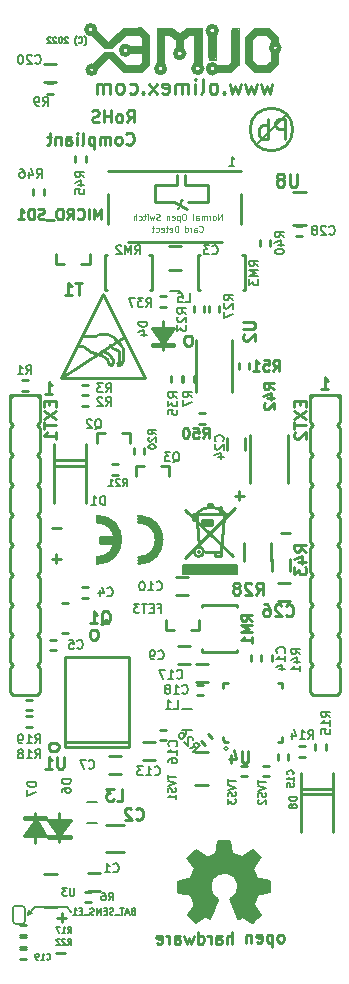
<source format=gbr>
G04 #@! TF.GenerationSoftware,KiCad,Pcbnew,5.1.6-c6e7f7d~87~ubuntu18.04.1*
G04 #@! TF.CreationDate,2022-07-26T15:18:22+03:00*
G04 #@! TF.ProjectId,ESP32-PoE_Rev_K,45535033-322d-4506-9f45-5f5265765f4b,K*
G04 #@! TF.SameCoordinates,Original*
G04 #@! TF.FileFunction,Legend,Bot*
G04 #@! TF.FilePolarity,Positive*
%FSLAX46Y46*%
G04 Gerber Fmt 4.6, Leading zero omitted, Abs format (unit mm)*
G04 Created by KiCad (PCBNEW 5.1.6-c6e7f7d~87~ubuntu18.04.1) date 2022-07-26 15:18:22*
%MOMM*%
%LPD*%
G01*
G04 APERTURE LIST*
%ADD10C,0.152400*%
%ADD11C,0.254000*%
%ADD12C,0.190500*%
%ADD13C,0.127000*%
%ADD14C,0.300000*%
%ADD15C,0.200000*%
%ADD16C,0.420000*%
%ADD17C,0.370000*%
%ADD18C,0.400000*%
%ADD19C,0.380000*%
%ADD20C,0.150000*%
%ADD21C,1.000000*%
%ADD22C,0.700000*%
%ADD23C,0.500000*%
%ADD24C,0.100000*%
%ADD25C,0.222250*%
%ADD26C,0.158750*%
%ADD27C,0.139700*%
%ADD28C,0.125000*%
G04 APERTURE END LIST*
D10*
X91694000Y-165989000D02*
X92075000Y-165862000D01*
X91694000Y-165989000D02*
X91821000Y-165608000D01*
X92329000Y-165354000D02*
X91694000Y-165989000D01*
X94996000Y-165354000D02*
X92329000Y-165354000D01*
X95377000Y-165735000D02*
X94996000Y-165354000D01*
D11*
X93719952Y-133277428D02*
X94494047Y-133277428D01*
X113150952Y-133658428D02*
X113925047Y-133658428D01*
X109988047Y-130501571D02*
X109213952Y-130501571D01*
X109601000Y-130888619D02*
X109601000Y-130114523D01*
X94494047Y-135835571D02*
X93719952Y-135835571D01*
X94107000Y-136222619D02*
X94107000Y-135448523D01*
X94100952Y-169218428D02*
X94875047Y-169218428D01*
X94560571Y-165855952D02*
X94560571Y-166630047D01*
X94947619Y-166243000D02*
X94173523Y-166243000D01*
D12*
X108748285Y-102579714D02*
X109183714Y-102579714D01*
X108966000Y-102579714D02*
X108966000Y-101817714D01*
X109038571Y-101926571D01*
X109111142Y-101999142D01*
X109183714Y-102035428D01*
D11*
X100027619Y-100692857D02*
X100076000Y-100741238D01*
X100221142Y-100789619D01*
X100317904Y-100789619D01*
X100463047Y-100741238D01*
X100559809Y-100644476D01*
X100608190Y-100547714D01*
X100656571Y-100354190D01*
X100656571Y-100209047D01*
X100608190Y-100015523D01*
X100559809Y-99918761D01*
X100463047Y-99822000D01*
X100317904Y-99773619D01*
X100221142Y-99773619D01*
X100076000Y-99822000D01*
X100027619Y-99870380D01*
X99447047Y-100789619D02*
X99543809Y-100741238D01*
X99592190Y-100692857D01*
X99640571Y-100596095D01*
X99640571Y-100305809D01*
X99592190Y-100209047D01*
X99543809Y-100160666D01*
X99447047Y-100112285D01*
X99301904Y-100112285D01*
X99205142Y-100160666D01*
X99156761Y-100209047D01*
X99108380Y-100305809D01*
X99108380Y-100596095D01*
X99156761Y-100692857D01*
X99205142Y-100741238D01*
X99301904Y-100789619D01*
X99447047Y-100789619D01*
X98672952Y-100789619D02*
X98672952Y-100112285D01*
X98672952Y-100209047D02*
X98624571Y-100160666D01*
X98527809Y-100112285D01*
X98382666Y-100112285D01*
X98285904Y-100160666D01*
X98237523Y-100257428D01*
X98237523Y-100789619D01*
X98237523Y-100257428D02*
X98189142Y-100160666D01*
X98092380Y-100112285D01*
X97947238Y-100112285D01*
X97850476Y-100160666D01*
X97802095Y-100257428D01*
X97802095Y-100789619D01*
X97318285Y-100112285D02*
X97318285Y-101128285D01*
X97318285Y-100160666D02*
X97221523Y-100112285D01*
X97028000Y-100112285D01*
X96931238Y-100160666D01*
X96882857Y-100209047D01*
X96834476Y-100305809D01*
X96834476Y-100596095D01*
X96882857Y-100692857D01*
X96931238Y-100741238D01*
X97028000Y-100789619D01*
X97221523Y-100789619D01*
X97318285Y-100741238D01*
X96253904Y-100789619D02*
X96350666Y-100741238D01*
X96399047Y-100644476D01*
X96399047Y-99773619D01*
X95866857Y-100789619D02*
X95866857Y-100112285D01*
X95866857Y-99773619D02*
X95915238Y-99822000D01*
X95866857Y-99870380D01*
X95818476Y-99822000D01*
X95866857Y-99773619D01*
X95866857Y-99870380D01*
X94947619Y-100789619D02*
X94947619Y-100257428D01*
X94996000Y-100160666D01*
X95092761Y-100112285D01*
X95286285Y-100112285D01*
X95383047Y-100160666D01*
X94947619Y-100741238D02*
X95044380Y-100789619D01*
X95286285Y-100789619D01*
X95383047Y-100741238D01*
X95431428Y-100644476D01*
X95431428Y-100547714D01*
X95383047Y-100450952D01*
X95286285Y-100402571D01*
X95044380Y-100402571D01*
X94947619Y-100354190D01*
X94463809Y-100112285D02*
X94463809Y-100789619D01*
X94463809Y-100209047D02*
X94415428Y-100160666D01*
X94318666Y-100112285D01*
X94173523Y-100112285D01*
X94076761Y-100160666D01*
X94028380Y-100257428D01*
X94028380Y-100789619D01*
X93689714Y-100112285D02*
X93302666Y-100112285D01*
X93544571Y-99773619D02*
X93544571Y-100644476D01*
X93496190Y-100741238D01*
X93399428Y-100789619D01*
X93302666Y-100789619D01*
X100094142Y-98884619D02*
X100432809Y-98400809D01*
X100674714Y-98884619D02*
X100674714Y-97868619D01*
X100287666Y-97868619D01*
X100190904Y-97917000D01*
X100142523Y-97965380D01*
X100094142Y-98062142D01*
X100094142Y-98207285D01*
X100142523Y-98304047D01*
X100190904Y-98352428D01*
X100287666Y-98400809D01*
X100674714Y-98400809D01*
X99513571Y-98884619D02*
X99610333Y-98836238D01*
X99658714Y-98787857D01*
X99707095Y-98691095D01*
X99707095Y-98400809D01*
X99658714Y-98304047D01*
X99610333Y-98255666D01*
X99513571Y-98207285D01*
X99368428Y-98207285D01*
X99271666Y-98255666D01*
X99223285Y-98304047D01*
X99174904Y-98400809D01*
X99174904Y-98691095D01*
X99223285Y-98787857D01*
X99271666Y-98836238D01*
X99368428Y-98884619D01*
X99513571Y-98884619D01*
X98739476Y-98884619D02*
X98739476Y-97868619D01*
X98739476Y-98352428D02*
X98158904Y-98352428D01*
X98158904Y-98884619D02*
X98158904Y-97868619D01*
X97723476Y-98836238D02*
X97578333Y-98884619D01*
X97336428Y-98884619D01*
X97239666Y-98836238D01*
X97191285Y-98787857D01*
X97142904Y-98691095D01*
X97142904Y-98594333D01*
X97191285Y-98497571D01*
X97239666Y-98449190D01*
X97336428Y-98400809D01*
X97529952Y-98352428D01*
X97626714Y-98304047D01*
X97675095Y-98255666D01*
X97723476Y-98158904D01*
X97723476Y-98062142D01*
X97675095Y-97965380D01*
X97626714Y-97917000D01*
X97529952Y-97868619D01*
X97288047Y-97868619D01*
X97142904Y-97917000D01*
X116549714Y-121490619D02*
X117130285Y-121490619D01*
X116840000Y-121490619D02*
X116840000Y-120474619D01*
X116936761Y-120619761D01*
X117033523Y-120716523D01*
X117130285Y-120764904D01*
X93181714Y-121871619D02*
X93762285Y-121871619D01*
X93472000Y-121871619D02*
X93472000Y-120855619D01*
X93568761Y-121000761D01*
X93665523Y-121097523D01*
X93762285Y-121145904D01*
D13*
X96483714Y-92371333D02*
X96507904Y-92347142D01*
X96556285Y-92274571D01*
X96580476Y-92226190D01*
X96604666Y-92153619D01*
X96628857Y-92032666D01*
X96628857Y-91935904D01*
X96604666Y-91814952D01*
X96580476Y-91742380D01*
X96556285Y-91694000D01*
X96507904Y-91621428D01*
X96483714Y-91597238D01*
X95999904Y-92129428D02*
X96024095Y-92153619D01*
X96096666Y-92177809D01*
X96145047Y-92177809D01*
X96217619Y-92153619D01*
X96266000Y-92105238D01*
X96290190Y-92056857D01*
X96314380Y-91960095D01*
X96314380Y-91887523D01*
X96290190Y-91790761D01*
X96266000Y-91742380D01*
X96217619Y-91694000D01*
X96145047Y-91669809D01*
X96096666Y-91669809D01*
X96024095Y-91694000D01*
X95999904Y-91718190D01*
X95830571Y-92371333D02*
X95806380Y-92347142D01*
X95758000Y-92274571D01*
X95733809Y-92226190D01*
X95709619Y-92153619D01*
X95685428Y-92032666D01*
X95685428Y-91935904D01*
X95709619Y-91814952D01*
X95733809Y-91742380D01*
X95758000Y-91694000D01*
X95806380Y-91621428D01*
X95830571Y-91597238D01*
X95080666Y-91718190D02*
X95056476Y-91694000D01*
X95008095Y-91669809D01*
X94887142Y-91669809D01*
X94838761Y-91694000D01*
X94814571Y-91718190D01*
X94790380Y-91766571D01*
X94790380Y-91814952D01*
X94814571Y-91887523D01*
X95104857Y-92177809D01*
X94790380Y-92177809D01*
X94475904Y-91669809D02*
X94427523Y-91669809D01*
X94379142Y-91694000D01*
X94354952Y-91718190D01*
X94330761Y-91766571D01*
X94306571Y-91863333D01*
X94306571Y-91984285D01*
X94330761Y-92081047D01*
X94354952Y-92129428D01*
X94379142Y-92153619D01*
X94427523Y-92177809D01*
X94475904Y-92177809D01*
X94524285Y-92153619D01*
X94548476Y-92129428D01*
X94572666Y-92081047D01*
X94596857Y-91984285D01*
X94596857Y-91863333D01*
X94572666Y-91766571D01*
X94548476Y-91718190D01*
X94524285Y-91694000D01*
X94475904Y-91669809D01*
X94113047Y-91718190D02*
X94088857Y-91694000D01*
X94040476Y-91669809D01*
X93919523Y-91669809D01*
X93871142Y-91694000D01*
X93846952Y-91718190D01*
X93822761Y-91766571D01*
X93822761Y-91814952D01*
X93846952Y-91887523D01*
X94137238Y-92177809D01*
X93822761Y-92177809D01*
X93629238Y-91718190D02*
X93605047Y-91694000D01*
X93556666Y-91669809D01*
X93435714Y-91669809D01*
X93387333Y-91694000D01*
X93363142Y-91718190D01*
X93338952Y-91766571D01*
X93338952Y-91814952D01*
X93363142Y-91887523D01*
X93653428Y-92177809D01*
X93338952Y-92177809D01*
D11*
X112401047Y-95612857D02*
X112159142Y-96459523D01*
X111917238Y-95854761D01*
X111675333Y-96459523D01*
X111433428Y-95612857D01*
X111070571Y-95612857D02*
X110828666Y-96459523D01*
X110586761Y-95854761D01*
X110344857Y-96459523D01*
X110102952Y-95612857D01*
X109740095Y-95612857D02*
X109498190Y-96459523D01*
X109256285Y-95854761D01*
X109014380Y-96459523D01*
X108772476Y-95612857D01*
X108288666Y-96338571D02*
X108228190Y-96399047D01*
X108288666Y-96459523D01*
X108349142Y-96399047D01*
X108288666Y-96338571D01*
X108288666Y-96459523D01*
X107502476Y-96459523D02*
X107623428Y-96399047D01*
X107683904Y-96338571D01*
X107744380Y-96217619D01*
X107744380Y-95854761D01*
X107683904Y-95733809D01*
X107623428Y-95673333D01*
X107502476Y-95612857D01*
X107321047Y-95612857D01*
X107200095Y-95673333D01*
X107139619Y-95733809D01*
X107079142Y-95854761D01*
X107079142Y-96217619D01*
X107139619Y-96338571D01*
X107200095Y-96399047D01*
X107321047Y-96459523D01*
X107502476Y-96459523D01*
X106353428Y-96459523D02*
X106474380Y-96399047D01*
X106534857Y-96278095D01*
X106534857Y-95189523D01*
X105869619Y-96459523D02*
X105869619Y-95612857D01*
X105869619Y-95189523D02*
X105930095Y-95250000D01*
X105869619Y-95310476D01*
X105809142Y-95250000D01*
X105869619Y-95189523D01*
X105869619Y-95310476D01*
X105264857Y-96459523D02*
X105264857Y-95612857D01*
X105264857Y-95733809D02*
X105204380Y-95673333D01*
X105083428Y-95612857D01*
X104902000Y-95612857D01*
X104781047Y-95673333D01*
X104720571Y-95794285D01*
X104720571Y-96459523D01*
X104720571Y-95794285D02*
X104660095Y-95673333D01*
X104539142Y-95612857D01*
X104357714Y-95612857D01*
X104236761Y-95673333D01*
X104176285Y-95794285D01*
X104176285Y-96459523D01*
X103087714Y-96399047D02*
X103208666Y-96459523D01*
X103450571Y-96459523D01*
X103571523Y-96399047D01*
X103632000Y-96278095D01*
X103632000Y-95794285D01*
X103571523Y-95673333D01*
X103450571Y-95612857D01*
X103208666Y-95612857D01*
X103087714Y-95673333D01*
X103027238Y-95794285D01*
X103027238Y-95915238D01*
X103632000Y-96036190D01*
X102603904Y-96459523D02*
X101938666Y-95612857D01*
X102603904Y-95612857D02*
X101938666Y-96459523D01*
X101454857Y-96338571D02*
X101394380Y-96399047D01*
X101454857Y-96459523D01*
X101515333Y-96399047D01*
X101454857Y-96338571D01*
X101454857Y-96459523D01*
X100305809Y-96399047D02*
X100426761Y-96459523D01*
X100668666Y-96459523D01*
X100789619Y-96399047D01*
X100850095Y-96338571D01*
X100910571Y-96217619D01*
X100910571Y-95854761D01*
X100850095Y-95733809D01*
X100789619Y-95673333D01*
X100668666Y-95612857D01*
X100426761Y-95612857D01*
X100305809Y-95673333D01*
X99580095Y-96459523D02*
X99701047Y-96399047D01*
X99761523Y-96338571D01*
X99822000Y-96217619D01*
X99822000Y-95854761D01*
X99761523Y-95733809D01*
X99701047Y-95673333D01*
X99580095Y-95612857D01*
X99398666Y-95612857D01*
X99277714Y-95673333D01*
X99217238Y-95733809D01*
X99156761Y-95854761D01*
X99156761Y-96217619D01*
X99217238Y-96338571D01*
X99277714Y-96399047D01*
X99398666Y-96459523D01*
X99580095Y-96459523D01*
X98612476Y-96459523D02*
X98612476Y-95612857D01*
X98612476Y-95733809D02*
X98552000Y-95673333D01*
X98431047Y-95612857D01*
X98249619Y-95612857D01*
X98128666Y-95673333D01*
X98068190Y-95794285D01*
X98068190Y-96459523D01*
X98068190Y-95794285D02*
X98007714Y-95673333D01*
X97886761Y-95612857D01*
X97705333Y-95612857D01*
X97584380Y-95673333D01*
X97523904Y-95794285D01*
X97523904Y-96459523D01*
X112395000Y-136906000D02*
X112395000Y-135890000D01*
X113919000Y-136906000D02*
X113919000Y-135890000D01*
X113741000Y-125323200D02*
X113741000Y-129387200D01*
X110541000Y-125323200D02*
X110541000Y-129387200D01*
X108942000Y-117307000D02*
X108942000Y-121707000D01*
X105942000Y-117307000D02*
X105942000Y-121707000D01*
D13*
X96723200Y-158242000D02*
X97561400Y-158242000D01*
X96723200Y-156464000D02*
X97561400Y-156464000D01*
D11*
X92316300Y-159867600D02*
X92316300Y-157391100D01*
X93268800Y-159283400D02*
X92354400Y-157911800D01*
X92354400Y-157911800D02*
X91363800Y-159283400D01*
X93268800Y-157911800D02*
X91363800Y-157911800D01*
X93268800Y-159283400D02*
X91363800Y-159283400D01*
X93268800Y-157734000D02*
X91363800Y-157734000D01*
X91363800Y-157911800D02*
X91363800Y-157734000D01*
X93268800Y-157911800D02*
X93268800Y-157734000D01*
X91567000Y-159131000D02*
X93091000Y-159131000D01*
X92964000Y-159004000D02*
X91694000Y-159004000D01*
X91821000Y-158877000D02*
X92964000Y-158877000D01*
X92710000Y-158750000D02*
X91821000Y-158750000D01*
X92710000Y-158623000D02*
X91948000Y-158623000D01*
X92583000Y-158496000D02*
X91948000Y-158496000D01*
X92456000Y-158369000D02*
X92075000Y-158369000D01*
X106984800Y-155018700D02*
X105854500Y-155018700D01*
X106984800Y-152212000D02*
X105854500Y-152212000D01*
X111887000Y-154241500D02*
X112141000Y-154241500D01*
X111887000Y-154241500D02*
X111633000Y-154241500D01*
X111887000Y-153352500D02*
X111633000Y-153352500D01*
X111887000Y-153352500D02*
X112141000Y-153352500D01*
X102997000Y-117221000D02*
X103378000Y-117221000D01*
X102870000Y-117094000D02*
X103505000Y-117094000D01*
X102743000Y-116967000D02*
X103505000Y-116967000D01*
X102743000Y-116840000D02*
X103632000Y-116840000D01*
X103632000Y-116713000D02*
X102489000Y-116713000D01*
X102489000Y-116586000D02*
X103759000Y-116586000D01*
X103886000Y-116459000D02*
X102362000Y-116459000D01*
X102184200Y-117678200D02*
X102184200Y-117856000D01*
X104089200Y-117678200D02*
X104089200Y-117856000D01*
X102184200Y-117856000D02*
X104089200Y-117856000D01*
X102184200Y-116306600D02*
X104089200Y-116306600D01*
X102184200Y-117678200D02*
X104089200Y-117678200D01*
X103098600Y-117678200D02*
X104089200Y-116306600D01*
X102184200Y-116306600D02*
X103098600Y-117678200D01*
X103136700Y-115722400D02*
X103136700Y-118198900D01*
X97814000Y-134239000D02*
X99064000Y-134239000D01*
X97814000Y-134489000D02*
X99064000Y-134489000D01*
X97814000Y-133989000D02*
X97814000Y-134489000D01*
X99064000Y-133989000D02*
X97814000Y-133989000D01*
X97564000Y-132239000D02*
X97564000Y-132739000D01*
X97564000Y-135739000D02*
X97564000Y-136239000D01*
X101064000Y-135739000D02*
X101064000Y-136239000D01*
X101064000Y-132239000D02*
X101064000Y-132739000D01*
X97564000Y-136239000D02*
G75*
G03*
X97564000Y-132239000I0J2000000D01*
G01*
D14*
X97613980Y-135989000D02*
G75*
G03*
X97614000Y-132489000I-49980J1750000D01*
G01*
D11*
X97564000Y-135739000D02*
G75*
G03*
X97564000Y-132739000I0J1500000D01*
G01*
D14*
X101113980Y-135989000D02*
G75*
G03*
X101114000Y-132489000I-49980J1750000D01*
G01*
D11*
X101064000Y-136239000D02*
G75*
G03*
X101064000Y-132239000I0J2000000D01*
G01*
X101064000Y-135739000D02*
G75*
G03*
X101064000Y-132739000I0J1500000D01*
G01*
X98552000Y-152527000D02*
X99568000Y-152527000D01*
X98552000Y-154051000D02*
X99568000Y-154051000D01*
X102946200Y-128016000D02*
X103657400Y-128016000D01*
X103657400Y-128854200D02*
X103657400Y-128016000D01*
X100812600Y-128854200D02*
X100812600Y-128016000D01*
X100812600Y-128016000D02*
X101523800Y-128016000D01*
X99641660Y-125181360D02*
X100352860Y-125181360D01*
X100352860Y-126019560D02*
X100352860Y-125181360D01*
X97508060Y-126019560D02*
X97508060Y-125181360D01*
X97508060Y-125181360D02*
X98219260Y-125181360D01*
X96926400Y-110871000D02*
X96215200Y-110871000D01*
X96926400Y-110032800D02*
X96926400Y-110871000D01*
X94081600Y-110032800D02*
X94081600Y-110871000D01*
X94792800Y-110871000D02*
X94081600Y-110871000D01*
D13*
X103708200Y-113157000D02*
X104546400Y-113157000D01*
X103708200Y-111379000D02*
X104546400Y-111379000D01*
D11*
X106197400Y-141859000D02*
X105486200Y-141859000D01*
X106197400Y-141020800D02*
X106197400Y-141859000D01*
X103352600Y-141020800D02*
X103352600Y-141859000D01*
X104063800Y-141859000D02*
X103352600Y-141859000D01*
D15*
X108634013Y-151892000D02*
G75*
G03*
X108634013Y-151892000I-176013J0D01*
G01*
D11*
X108645960Y-151343360D02*
X108419900Y-151343360D01*
X113243360Y-151343360D02*
X112842040Y-151343360D01*
X113243360Y-150942040D02*
X113243360Y-151343360D01*
X113243360Y-146344640D02*
X113243360Y-146745960D01*
X112842040Y-146344640D02*
X113243360Y-146344640D01*
X108244640Y-146344640D02*
X108645960Y-146344640D01*
X108244640Y-146745960D02*
X108244640Y-146344640D01*
X108244640Y-151168100D02*
X108244640Y-150942040D01*
X108419900Y-151343360D02*
X108244640Y-151168100D01*
X103124000Y-150304500D02*
X103378000Y-150304500D01*
X103124000Y-150304500D02*
X102870000Y-150304500D01*
X103124000Y-151193500D02*
X102870000Y-151193500D01*
X103124000Y-151193500D02*
X103378000Y-151193500D01*
X102489000Y-152908000D02*
X101473000Y-152908000D01*
X102489000Y-151384000D02*
X101473000Y-151384000D01*
X91313000Y-167830500D02*
X91059000Y-167830500D01*
X91313000Y-167830500D02*
X91567000Y-167830500D01*
X91313000Y-168719500D02*
X91567000Y-168719500D01*
X91313000Y-168719500D02*
X91059000Y-168719500D01*
X91313000Y-167703500D02*
X91567000Y-167703500D01*
X91313000Y-167703500D02*
X91059000Y-167703500D01*
X91313000Y-166814500D02*
X91059000Y-166814500D01*
X91313000Y-166814500D02*
X91567000Y-166814500D01*
X94373700Y-157378400D02*
X94373700Y-159854900D01*
X93421200Y-157962600D02*
X94335600Y-159334200D01*
X94335600Y-159334200D02*
X95326200Y-157962600D01*
X93421200Y-159334200D02*
X95326200Y-159334200D01*
X93421200Y-157962600D02*
X95326200Y-157962600D01*
X93421200Y-159512000D02*
X95326200Y-159512000D01*
X95326200Y-159334200D02*
X95326200Y-159512000D01*
X93421200Y-159334200D02*
X93421200Y-159512000D01*
X95123000Y-158115000D02*
X93599000Y-158115000D01*
X93726000Y-158242000D02*
X94996000Y-158242000D01*
X94869000Y-158369000D02*
X93726000Y-158369000D01*
X93980000Y-158496000D02*
X94869000Y-158496000D01*
X93980000Y-158623000D02*
X94742000Y-158623000D01*
X94107000Y-158750000D02*
X94742000Y-158750000D01*
X94234000Y-158877000D02*
X94615000Y-158877000D01*
X91313000Y-168846500D02*
X91059000Y-168846500D01*
X91313000Y-168846500D02*
X91567000Y-168846500D01*
X91313000Y-169735500D02*
X91567000Y-169735500D01*
X91313000Y-169735500D02*
X91059000Y-169735500D01*
X93599000Y-96456500D02*
X93853000Y-96456500D01*
X93599000Y-96456500D02*
X93345000Y-96456500D01*
X93599000Y-95567500D02*
X93345000Y-95567500D01*
X93599000Y-95567500D02*
X93853000Y-95567500D01*
X96774000Y-164020500D02*
X96520000Y-164020500D01*
X96774000Y-164020500D02*
X97028000Y-164020500D01*
X96774000Y-164909500D02*
X97028000Y-164909500D01*
X96774000Y-164909500D02*
X96520000Y-164909500D01*
X94157800Y-162560000D02*
X93027500Y-162560000D01*
X94157800Y-165366700D02*
X93027500Y-165366700D01*
D16*
X109557820Y-166164260D02*
X109006640Y-164741860D01*
D17*
X109903260Y-165978840D02*
X109585760Y-166184580D01*
D18*
X110693200Y-166527480D02*
X109913420Y-165996620D01*
D19*
X111269780Y-165989000D02*
X110705900Y-166527480D01*
D17*
X111254540Y-165989000D02*
X110721140Y-165155880D01*
X111079280Y-164228780D02*
X110721140Y-165112700D01*
X112057180Y-163987480D02*
X111107220Y-164205920D01*
D19*
X112047020Y-163210240D02*
X112052100Y-163997640D01*
D17*
X112059720Y-163197540D02*
X111041180Y-163017200D01*
X111010700Y-162981640D02*
X110662720Y-162115500D01*
X111239300Y-161213800D02*
X110683040Y-162064700D01*
D19*
X111249460Y-161190940D02*
X110749080Y-160657540D01*
D17*
X110700820Y-160632140D02*
X109872780Y-161284920D01*
X109811820Y-161274760D02*
X108966000Y-160868360D01*
X108706920Y-159834580D02*
X108912660Y-160848040D01*
X108714540Y-159821880D02*
X107929680Y-159821880D01*
X107947460Y-159842200D02*
X107734100Y-160860740D01*
X107734100Y-160860740D02*
X106832400Y-161310320D01*
X106819700Y-161305240D02*
X105915460Y-160670800D01*
X105915460Y-160672780D02*
X105361740Y-161218880D01*
X105361740Y-161221420D02*
X105978960Y-162011360D01*
X105978960Y-162011360D02*
X105638600Y-162948620D01*
X105638600Y-162948620D02*
X104556560Y-163177220D01*
X104556560Y-163177220D02*
X104556560Y-164012880D01*
X104556560Y-164012880D02*
X105570020Y-164183060D01*
X105570020Y-164183060D02*
X105976420Y-165094920D01*
X105925620Y-166542720D02*
X106761280Y-165976300D01*
X106761280Y-165976300D02*
X107099100Y-166161720D01*
X107099100Y-166161720D02*
X107673140Y-164721540D01*
X105976420Y-165094920D02*
X105356660Y-165981380D01*
X105910380Y-166535100D02*
X105356660Y-165989000D01*
D20*
X109476540Y-166344600D02*
X108826300Y-164675820D01*
X109860080Y-166141400D02*
X109514640Y-166362380D01*
X109872780Y-166131240D02*
X110698280Y-166695120D01*
X110705900Y-166702740D02*
X111427260Y-166009320D01*
X111434880Y-166006780D02*
X110837980Y-165143180D01*
X112196880Y-164099240D02*
X111125000Y-164294820D01*
X112196880Y-163106100D02*
X112196880Y-164091620D01*
X112199420Y-163103560D02*
X111028480Y-162900360D01*
X111130080Y-162905440D02*
X110794800Y-162072320D01*
X111391700Y-161221420D02*
X110797340Y-162074860D01*
X111412020Y-161185860D02*
X110738920Y-160472120D01*
X110726220Y-160469580D02*
X109755940Y-161185860D01*
X109791500Y-161117280D02*
X108887260Y-160738820D01*
X108803440Y-159722820D02*
X109004100Y-160748980D01*
X108793280Y-159715200D02*
X107828080Y-159715200D01*
X107828080Y-159715200D02*
X107602020Y-160886140D01*
X107612180Y-160804860D02*
X106807000Y-161142680D01*
X106926380Y-161190940D02*
X105915460Y-160517840D01*
X105910380Y-160515300D02*
X105216960Y-161206180D01*
X105211880Y-161213800D02*
X105915460Y-162204400D01*
X105826560Y-162095180D02*
X105460800Y-162963860D01*
X104523540Y-163865560D02*
X105630980Y-164089080D01*
X104439720Y-163123880D02*
X104442260Y-164081460D01*
X105577640Y-164312600D02*
X104454960Y-164101780D01*
X105473500Y-164279580D02*
X105854500Y-165260020D01*
X105506520Y-165915340D02*
X105991660Y-166446200D01*
X105902760Y-166690040D02*
X105219500Y-165999160D01*
X106789220Y-166075360D02*
X105912920Y-166695120D01*
X105925620Y-166380160D02*
X106746040Y-165851840D01*
X106608880Y-166047420D02*
X107137200Y-166375080D01*
X107137200Y-166375080D02*
X107523280Y-165394640D01*
X107528360Y-164696140D02*
X107000040Y-166077900D01*
X111904780Y-163294060D02*
X111904780Y-163944300D01*
X112047020Y-163349940D02*
X110931960Y-163103560D01*
X110517940Y-162082480D02*
X110904020Y-163080700D01*
X110512860Y-162087560D02*
X111114840Y-161178240D01*
X110756700Y-160733740D02*
X109872780Y-161455100D01*
X107485180Y-164754560D02*
X107307380Y-164632640D01*
X107307380Y-164632640D02*
X106931460Y-163921440D01*
X106931460Y-163921440D02*
X106931460Y-163403280D01*
X106926380Y-163415980D02*
X107160060Y-162742880D01*
X107160060Y-162742880D02*
X107670600Y-162313620D01*
X107670600Y-162313620D02*
X108485940Y-162153600D01*
X108485940Y-162145980D02*
X109357160Y-162575240D01*
X109357160Y-162575240D02*
X109776260Y-163306760D01*
X109781340Y-163311840D02*
X109649260Y-164134800D01*
X109644180Y-164165280D02*
X109550200Y-164335460D01*
X109644180Y-164165280D02*
X109550200Y-164335460D01*
X109420660Y-164386260D02*
X109161580Y-164724080D01*
X109052360Y-164500560D02*
X108826300Y-164675820D01*
X107551220Y-164503100D02*
X107805220Y-164668200D01*
X107688380Y-164957760D02*
X107810300Y-164673280D01*
X109867700Y-161452560D02*
X108884720Y-160959800D01*
X109537500Y-164365940D02*
X109230160Y-164632640D01*
D21*
X110553500Y-165795960D02*
X109700060Y-164774880D01*
X111589820Y-163591240D02*
X110172500Y-163530280D01*
X110604300Y-161305240D02*
X109542580Y-162412680D01*
X108343700Y-160329880D02*
X108338620Y-161843720D01*
X106078020Y-161386520D02*
X107190540Y-162453320D01*
X105087420Y-163570920D02*
X106555540Y-163657280D01*
X109877860Y-165623240D02*
X109512100Y-164861240D01*
X110543340Y-164724080D02*
X109979460Y-164244020D01*
X110792260Y-164078920D02*
X110086140Y-163951920D01*
X110467140Y-162834320D02*
X110025180Y-162994340D01*
X110291880Y-162354260D02*
X109834680Y-162643820D01*
X109293660Y-161577020D02*
X109118400Y-161935160D01*
X108859320Y-161317940D02*
X108691680Y-161927540D01*
X107594400Y-161333180D02*
X107815380Y-162018980D01*
X107007660Y-161584640D02*
X107426760Y-162171380D01*
X106138980Y-162453320D02*
X106794300Y-162819080D01*
X105897680Y-163146740D02*
X106619040Y-163294060D01*
X106733340Y-164304980D02*
X106123740Y-164411660D01*
X107053380Y-164724080D02*
X106436160Y-165051740D01*
X107167680Y-164861240D02*
X105986580Y-165874700D01*
X107167680Y-164769800D02*
X106834940Y-165501320D01*
D17*
X109232700Y-162697160D02*
G75*
G02*
X109156500Y-164551360I-965200J-889000D01*
G01*
X107281980Y-162869880D02*
G75*
G02*
X109207300Y-162671760I1061720J-863600D01*
G01*
X107662980Y-164719000D02*
G75*
G02*
X107292140Y-162854640I746760J1117600D01*
G01*
D11*
X96520000Y-121983500D02*
X96774000Y-121983500D01*
X96520000Y-121983500D02*
X96266000Y-121983500D01*
X96520000Y-121094500D02*
X96266000Y-121094500D01*
X96520000Y-121094500D02*
X96774000Y-121094500D01*
X105283000Y-137414000D02*
X104267000Y-137414000D01*
X105283000Y-138938000D02*
X104267000Y-138938000D01*
D18*
X112973747Y-92583000D02*
G75*
G03*
X112973747Y-92583000I-337447J0D01*
G01*
D22*
X112649000Y-91808300D02*
X112141000Y-91300300D01*
X111048800Y-91224100D02*
X110413800Y-91833700D01*
X110439200Y-93789500D02*
X110998000Y-94373700D01*
X108813600Y-94386400D02*
X109270800Y-93929200D01*
X107827800Y-94386400D02*
X108813600Y-94386400D01*
D18*
X107681324Y-94361000D02*
G75*
G03*
X107681324Y-94361000I-366324J0D01*
G01*
D22*
X107315000Y-91668600D02*
X107315000Y-93268800D01*
D18*
X107675818Y-91135200D02*
G75*
G03*
X107675818Y-91135200I-373518J0D01*
G01*
X106442759Y-94335600D02*
G75*
G03*
X106442759Y-94335600I-359659J0D01*
G01*
D22*
X106095800Y-93827600D02*
X106095800Y-91236800D01*
X106095800Y-91236800D02*
X105257600Y-91236800D01*
X105257600Y-91236800D02*
X104648000Y-91744800D01*
X104546400Y-92532200D02*
X104546400Y-91821000D01*
X104470200Y-91744800D02*
X103835200Y-91236800D01*
D18*
X104917318Y-93065600D02*
G75*
G03*
X104917318Y-93065600I-370918J0D01*
G01*
D22*
X103835200Y-91236800D02*
X102946200Y-91236800D01*
D18*
X103296729Y-94348300D02*
G75*
G03*
X103296729Y-94348300I-363229J0D01*
G01*
X97433666Y-94437200D02*
G75*
G03*
X97433666Y-94437200I-329466J0D01*
G01*
D22*
X97434400Y-94081600D02*
X98272600Y-93268800D01*
D23*
X98780600Y-93167200D02*
X98247200Y-93167200D01*
D22*
X99923600Y-94386400D02*
X98780600Y-93268800D01*
X101244400Y-94386400D02*
X99923600Y-94386400D01*
X101676200Y-93954600D02*
X101244400Y-94386400D01*
X101676200Y-91719400D02*
X101676200Y-93954600D01*
X101676200Y-91694000D02*
X101193600Y-91186000D01*
X101145500Y-91211400D02*
X99923600Y-91211400D01*
X99923600Y-91211400D02*
X98831400Y-92278200D01*
D23*
X98806000Y-92392500D02*
X98247200Y-92392500D01*
D22*
X97383600Y-91401900D02*
X98247200Y-92295600D01*
D18*
X97374735Y-91046300D02*
G75*
G03*
X97374735Y-91046300I-359435J0D01*
G01*
D22*
X100457000Y-92786200D02*
X101676200Y-92786200D01*
D18*
X100308659Y-92786200D02*
G75*
G03*
X100308659Y-92786200I-359659J0D01*
G01*
D22*
X112077500Y-94399100D02*
X111036100Y-94399100D01*
X112636300Y-93840300D02*
X112636300Y-93078300D01*
X112649000Y-93827600D02*
X112064800Y-94399100D01*
X112649000Y-91859100D02*
X112649000Y-92100400D01*
X110426500Y-91821000D02*
X110426500Y-93751400D01*
X111048800Y-91211400D02*
X112052100Y-91211400D01*
X102933500Y-91224100D02*
X102933500Y-93827600D01*
X109270800Y-93941900D02*
X109270800Y-91211400D01*
D24*
X109270800Y-90868500D02*
X109550200Y-90868500D01*
X109575600Y-90868500D02*
X109575600Y-94018100D01*
X109562900Y-90868500D02*
X109575600Y-90868500D01*
X109550200Y-90868500D02*
X109562900Y-90868500D01*
X109435900Y-90957400D02*
X109499400Y-90944700D01*
X108953300Y-90868500D02*
X108953300Y-93903800D01*
X109258100Y-90868500D02*
X108953300Y-90868500D01*
X109131100Y-90944700D02*
X109016800Y-90944700D01*
X107632500Y-91554300D02*
X107632500Y-93573600D01*
X106997500Y-93573600D02*
X106997500Y-91554300D01*
X107022900Y-93573600D02*
X106997500Y-93573600D01*
X107632500Y-93573600D02*
X107022900Y-93573600D01*
X107492800Y-93510100D02*
X107556300Y-93510100D01*
X107149900Y-93510100D02*
X107061000Y-93510100D01*
X106413300Y-93916500D02*
X106413300Y-90932000D01*
X105168700Y-90919300D02*
X104584500Y-91401900D01*
X106413300Y-90919300D02*
X105168700Y-90919300D01*
X106260900Y-90982800D02*
X106337100Y-90982800D01*
X102603300Y-93941900D02*
X102603300Y-90932000D01*
X103924100Y-90919300D02*
X104546400Y-91414600D01*
X103898700Y-90919300D02*
X103924100Y-90919300D01*
X102603300Y-90919300D02*
X103898700Y-90919300D01*
X102603300Y-90932000D02*
X102603300Y-90919300D01*
X102755700Y-90995500D02*
X102654100Y-90995500D01*
X99809300Y-90881200D02*
X98552000Y-92125800D01*
X99860100Y-90881200D02*
X99809300Y-90881200D01*
X101231700Y-90881200D02*
X99860100Y-90881200D01*
D13*
X106299000Y-135255000D02*
G75*
G03*
X106299000Y-135255000I-127000J0D01*
G01*
D11*
X107315000Y-131191000D02*
X107315000Y-131318000D01*
X107315000Y-131318000D02*
X106934000Y-131318000D01*
X106934000Y-131318000D02*
X106934000Y-131191000D01*
X106934000Y-131191000D02*
X107315000Y-131191000D01*
X107188000Y-132715000D02*
X106553000Y-132715000D01*
X107315000Y-132588000D02*
X106426000Y-132588000D01*
X106426000Y-132588000D02*
X106426000Y-132969000D01*
X106426000Y-132969000D02*
X107315000Y-132969000D01*
X107315000Y-132969000D02*
X107315000Y-132588000D01*
X105918000Y-132588000D02*
X105918000Y-132207000D01*
X105918000Y-132207000D02*
X105791000Y-132207000D01*
X105791000Y-132207000D02*
X105791000Y-132588000D01*
X105918000Y-132207000D02*
X105918000Y-132334000D01*
X105918000Y-132080000D02*
X105791000Y-132461000D01*
X105918000Y-132207000D02*
X105918000Y-132334000D01*
X106045000Y-132080000D02*
X106045000Y-132588000D01*
X106045000Y-132588000D02*
X105664000Y-132588000D01*
X105664000Y-132588000D02*
X105664000Y-132080000D01*
X108077000Y-131953000D02*
X108077000Y-131445000D01*
X108077000Y-131445000D02*
X107950000Y-131445000D01*
X107950000Y-131445000D02*
X107950000Y-131953000D01*
X106573609Y-135255000D02*
G75*
G03*
X106573609Y-135255000I-401609J0D01*
G01*
X106172000Y-134747000D02*
X106045000Y-132715000D01*
X108077000Y-135255000D02*
X108077000Y-135636000D01*
X108077000Y-135636000D02*
X107569000Y-135636000D01*
X107569000Y-135636000D02*
X107569000Y-135382000D01*
X108585000Y-132080000D02*
X105664000Y-132080000D01*
X108077000Y-135255000D02*
X108331000Y-132207000D01*
X108077000Y-135255000D02*
X106680000Y-135255000D01*
X109093000Y-135636000D02*
X105029000Y-131699000D01*
X109220000Y-131572000D02*
X105029000Y-135763000D01*
D20*
X109375200Y-137008400D02*
X104955600Y-137008400D01*
X104955600Y-136906800D02*
X109324400Y-136906800D01*
X109375200Y-136703600D02*
X104904800Y-136703600D01*
X109375200Y-136551200D02*
X104955600Y-136551200D01*
X104904800Y-136805200D02*
X109324400Y-136805200D01*
X104904800Y-136652800D02*
X109324400Y-136652800D01*
X109375200Y-136500400D02*
X104904800Y-136500400D01*
X104904800Y-136398800D02*
X109324400Y-136398800D01*
X104854000Y-137110000D02*
X109426000Y-137110000D01*
X109426000Y-137110000D02*
X109426000Y-136348000D01*
X109426000Y-136348000D02*
X104854000Y-136348000D01*
X104854000Y-136348000D02*
X104854000Y-137110000D01*
D11*
X106045000Y-131953000D02*
G75*
G02*
X108331000Y-131953000I1143000J-1143000D01*
G01*
X114121037Y-99501960D02*
G75*
G03*
X114121037Y-99501960I-1802237J0D01*
G01*
D15*
X111158020Y-100665280D02*
X113591340Y-98244660D01*
D11*
X104648000Y-109347000D02*
X103632000Y-109347000D01*
X104648000Y-111379000D02*
X103632000Y-111379000D01*
X110553500Y-144272000D02*
X110553500Y-144526000D01*
X110553500Y-144272000D02*
X110553500Y-144018000D01*
X111442500Y-144272000D02*
X111442500Y-144018000D01*
X111442500Y-144272000D02*
X111442500Y-144526000D01*
X106299000Y-147383500D02*
X106553000Y-147383500D01*
X106299000Y-147383500D02*
X106045000Y-147383500D01*
X106299000Y-146494500D02*
X106045000Y-146494500D01*
X106299000Y-146494500D02*
X106553000Y-146494500D01*
X112839500Y-152654000D02*
X112839500Y-152908000D01*
X112839500Y-152654000D02*
X112839500Y-152400000D01*
X113728500Y-152654000D02*
X113728500Y-152400000D01*
X113728500Y-152654000D02*
X113728500Y-152908000D01*
X92138500Y-104775000D02*
X92138500Y-105029000D01*
X92138500Y-104775000D02*
X92138500Y-104521000D01*
X93027500Y-104775000D02*
X93027500Y-104521000D01*
X93027500Y-104775000D02*
X93027500Y-105029000D01*
X111315500Y-109093000D02*
X111315500Y-109347000D01*
X111315500Y-109093000D02*
X111315500Y-108839000D01*
X112204500Y-109093000D02*
X112204500Y-108839000D01*
X112204500Y-109093000D02*
X112204500Y-109347000D01*
X104711500Y-120650000D02*
X104711500Y-120396000D01*
X104711500Y-120650000D02*
X104711500Y-120904000D01*
X103822500Y-120650000D02*
X103822500Y-120904000D01*
X103822500Y-120650000D02*
X103822500Y-120396000D01*
X106514481Y-151466099D02*
X106694086Y-151645704D01*
X106514481Y-151466099D02*
X106334876Y-151286494D01*
X107143099Y-150837481D02*
X106963494Y-150657876D01*
X107143099Y-150837481D02*
X107322704Y-151017086D01*
X116014500Y-151765000D02*
X116014500Y-152019000D01*
X116014500Y-151765000D02*
X116014500Y-151511000D01*
X116903500Y-151765000D02*
X116903500Y-151511000D01*
X116903500Y-151765000D02*
X116903500Y-152019000D01*
X114935000Y-151701500D02*
X114681000Y-151701500D01*
X114935000Y-151701500D02*
X115189000Y-151701500D01*
X114935000Y-152590500D02*
X115189000Y-152590500D01*
X114935000Y-152590500D02*
X114681000Y-152590500D01*
X96520000Y-121983500D02*
X96266000Y-121983500D01*
X96520000Y-121983500D02*
X96774000Y-121983500D01*
X96520000Y-122872500D02*
X96774000Y-122872500D01*
X96520000Y-122872500D02*
X96266000Y-122872500D01*
X91440000Y-120713500D02*
X91186000Y-120713500D01*
X91440000Y-120713500D02*
X91694000Y-120713500D01*
X91440000Y-121602500D02*
X91694000Y-121602500D01*
X91440000Y-121602500D02*
X91186000Y-121602500D01*
X91821000Y-148653500D02*
X92075000Y-148653500D01*
X91821000Y-148653500D02*
X91567000Y-148653500D01*
X91821000Y-147764500D02*
X91567000Y-147764500D01*
X91821000Y-147764500D02*
X92075000Y-147764500D01*
X91821000Y-150050500D02*
X92075000Y-150050500D01*
X91821000Y-150050500D02*
X91567000Y-150050500D01*
X91821000Y-149161500D02*
X91567000Y-149161500D01*
X91821000Y-149161500D02*
X92075000Y-149161500D01*
X115570000Y-121950000D02*
X118110000Y-121950000D01*
X117856000Y-127030000D02*
X118110000Y-127284000D01*
X118110000Y-126776000D02*
X117856000Y-127030000D01*
X118110000Y-124236000D02*
X118110000Y-122458000D01*
X117856000Y-124490000D02*
X118110000Y-124236000D01*
X118110000Y-124744000D02*
X117856000Y-124490000D01*
X118110000Y-126776000D02*
X118110000Y-124744000D01*
X118110000Y-122458000D02*
X118110000Y-121950000D01*
X118110000Y-122204000D02*
X117856000Y-121950000D01*
X115824000Y-121950000D02*
X115570000Y-122204000D01*
X118110000Y-129316000D02*
X118110000Y-127284000D01*
X117856000Y-129570000D02*
X118110000Y-129316000D01*
X118110000Y-132364000D02*
X117856000Y-132110000D01*
X118110000Y-131856000D02*
X118110000Y-129824000D01*
X117856000Y-132110000D02*
X118110000Y-131856000D01*
X115570000Y-131856000D02*
X115824000Y-132110000D01*
X115570000Y-129824000D02*
X115570000Y-131856000D01*
X115824000Y-129570000D02*
X115570000Y-129824000D01*
X115570000Y-129316000D02*
X115824000Y-129570000D01*
X115570000Y-127284000D02*
X115570000Y-129316000D01*
X115824000Y-127030000D02*
X115570000Y-127284000D01*
X115570000Y-126776000D02*
X115824000Y-127030000D01*
X115570000Y-124744000D02*
X115570000Y-126776000D01*
X115824000Y-124490000D02*
X115570000Y-124744000D01*
X115570000Y-124236000D02*
X115824000Y-124490000D01*
X115570000Y-122204000D02*
X115570000Y-124236000D01*
X115570000Y-121950000D02*
X115570000Y-122204000D01*
X115824000Y-132110000D02*
X115570000Y-132364000D01*
X115570000Y-132364000D02*
X115570000Y-134396000D01*
X115570000Y-136936000D02*
X115824000Y-137190000D01*
X118110000Y-134396000D02*
X118110000Y-132364000D01*
X118110000Y-129824000D02*
X117856000Y-129570000D01*
X117856000Y-137190000D02*
X118110000Y-136936000D01*
X115570000Y-134904000D02*
X115570000Y-136936000D01*
X115824000Y-134650000D02*
X115570000Y-134904000D01*
X118110000Y-136936000D02*
X118110000Y-134904000D01*
X117856000Y-134650000D02*
X118110000Y-134396000D01*
X118110000Y-134904000D02*
X117856000Y-134650000D01*
X115570000Y-134396000D02*
X115824000Y-134650000D01*
X115570000Y-136936000D02*
X115824000Y-137190000D01*
X117856000Y-137190000D02*
X118110000Y-136936000D01*
X118110000Y-136936000D02*
X118110000Y-134904000D01*
X115570000Y-134904000D02*
X115570000Y-136936000D01*
X115824000Y-134650000D02*
X115570000Y-134904000D01*
X118110000Y-134904000D02*
X117856000Y-134650000D01*
X118110000Y-139984000D02*
X117856000Y-139730000D01*
X115824000Y-139730000D02*
X115570000Y-139984000D01*
X115570000Y-139984000D02*
X115570000Y-142016000D01*
X118110000Y-142016000D02*
X118110000Y-139984000D01*
X117856000Y-142270000D02*
X118110000Y-142016000D01*
X115570000Y-142016000D02*
X115824000Y-142270000D01*
X115570000Y-139476000D02*
X115824000Y-139730000D01*
X118110000Y-139984000D02*
X117856000Y-139730000D01*
X117856000Y-139730000D02*
X118110000Y-139476000D01*
X118110000Y-142016000D02*
X118110000Y-139984000D01*
X115824000Y-139730000D02*
X115570000Y-139984000D01*
X115570000Y-139984000D02*
X115570000Y-142016000D01*
X117856000Y-142270000D02*
X118110000Y-142016000D01*
X118110000Y-139476000D02*
X118110000Y-137444000D01*
X115570000Y-142016000D02*
X115824000Y-142270000D01*
X115570000Y-137444000D02*
X115570000Y-139476000D01*
X115824000Y-137190000D02*
X115570000Y-137444000D01*
X118110000Y-137444000D02*
X117856000Y-137190000D01*
X118110000Y-142524000D02*
X117856000Y-142270000D01*
X115824000Y-142270000D02*
X115570000Y-142524000D01*
X115570000Y-142524000D02*
X115570000Y-144556000D01*
X115570000Y-147096000D02*
X115824000Y-147350000D01*
X118110000Y-144556000D02*
X118110000Y-142524000D01*
X117856000Y-147350000D02*
X118110000Y-147096000D01*
X115824000Y-147350000D02*
X117856000Y-147350000D01*
X115570000Y-145064000D02*
X115570000Y-147096000D01*
X115824000Y-144810000D02*
X115570000Y-145064000D01*
X118110000Y-147096000D02*
X118110000Y-145064000D01*
X117856000Y-144810000D02*
X118110000Y-144556000D01*
X118110000Y-145064000D02*
X117856000Y-144810000D01*
X115570000Y-144556000D02*
X115824000Y-144810000D01*
X115570000Y-147096000D02*
X115824000Y-147350000D01*
X117856000Y-147350000D02*
X118110000Y-147096000D01*
X118110000Y-147096000D02*
X118110000Y-145064000D01*
X115570000Y-145064000D02*
X115570000Y-147096000D01*
X115824000Y-144810000D02*
X115570000Y-145064000D01*
X118110000Y-145064000D02*
X117856000Y-144810000D01*
X90170000Y-121950000D02*
X92710000Y-121950000D01*
X92456000Y-127030000D02*
X92710000Y-127284000D01*
X92710000Y-126776000D02*
X92456000Y-127030000D01*
X92710000Y-124236000D02*
X92710000Y-122458000D01*
X92456000Y-124490000D02*
X92710000Y-124236000D01*
X92710000Y-124744000D02*
X92456000Y-124490000D01*
X92710000Y-126776000D02*
X92710000Y-124744000D01*
X92710000Y-122458000D02*
X92710000Y-121950000D01*
X92710000Y-122204000D02*
X92456000Y-121950000D01*
X90424000Y-121950000D02*
X90170000Y-122204000D01*
X92710000Y-129316000D02*
X92710000Y-127284000D01*
X92456000Y-129570000D02*
X92710000Y-129316000D01*
X92710000Y-132364000D02*
X92456000Y-132110000D01*
X92710000Y-131856000D02*
X92710000Y-129824000D01*
X92456000Y-132110000D02*
X92710000Y-131856000D01*
X90170000Y-131856000D02*
X90424000Y-132110000D01*
X90170000Y-129824000D02*
X90170000Y-131856000D01*
X90424000Y-129570000D02*
X90170000Y-129824000D01*
X90170000Y-129316000D02*
X90424000Y-129570000D01*
X90170000Y-127284000D02*
X90170000Y-129316000D01*
X90424000Y-127030000D02*
X90170000Y-127284000D01*
X90170000Y-126776000D02*
X90424000Y-127030000D01*
X90170000Y-124744000D02*
X90170000Y-126776000D01*
X90424000Y-124490000D02*
X90170000Y-124744000D01*
X90170000Y-124236000D02*
X90424000Y-124490000D01*
X90170000Y-122204000D02*
X90170000Y-124236000D01*
X90170000Y-121950000D02*
X90170000Y-122204000D01*
X90424000Y-132110000D02*
X90170000Y-132364000D01*
X90170000Y-132364000D02*
X90170000Y-134396000D01*
X90170000Y-136936000D02*
X90424000Y-137190000D01*
X92710000Y-134396000D02*
X92710000Y-132364000D01*
X92710000Y-129824000D02*
X92456000Y-129570000D01*
X92456000Y-137190000D02*
X92710000Y-136936000D01*
X90170000Y-134904000D02*
X90170000Y-136936000D01*
X90424000Y-134650000D02*
X90170000Y-134904000D01*
X92710000Y-136936000D02*
X92710000Y-134904000D01*
X92456000Y-134650000D02*
X92710000Y-134396000D01*
X92710000Y-134904000D02*
X92456000Y-134650000D01*
X90170000Y-134396000D02*
X90424000Y-134650000D01*
X90170000Y-136936000D02*
X90424000Y-137190000D01*
X92456000Y-137190000D02*
X92710000Y-136936000D01*
X92710000Y-136936000D02*
X92710000Y-134904000D01*
X90170000Y-134904000D02*
X90170000Y-136936000D01*
X90424000Y-134650000D02*
X90170000Y-134904000D01*
X92710000Y-134904000D02*
X92456000Y-134650000D01*
X92710000Y-139984000D02*
X92456000Y-139730000D01*
X90424000Y-139730000D02*
X90170000Y-139984000D01*
X90170000Y-139984000D02*
X90170000Y-142016000D01*
X92710000Y-142016000D02*
X92710000Y-139984000D01*
X92456000Y-142270000D02*
X92710000Y-142016000D01*
X90170000Y-142016000D02*
X90424000Y-142270000D01*
X90170000Y-139476000D02*
X90424000Y-139730000D01*
X92710000Y-139984000D02*
X92456000Y-139730000D01*
X92456000Y-139730000D02*
X92710000Y-139476000D01*
X92710000Y-142016000D02*
X92710000Y-139984000D01*
X90424000Y-139730000D02*
X90170000Y-139984000D01*
X90170000Y-139984000D02*
X90170000Y-142016000D01*
X92456000Y-142270000D02*
X92710000Y-142016000D01*
X92710000Y-139476000D02*
X92710000Y-137444000D01*
X90170000Y-142016000D02*
X90424000Y-142270000D01*
X90170000Y-137444000D02*
X90170000Y-139476000D01*
X90424000Y-137190000D02*
X90170000Y-137444000D01*
X92710000Y-137444000D02*
X92456000Y-137190000D01*
X92710000Y-142524000D02*
X92456000Y-142270000D01*
X90424000Y-142270000D02*
X90170000Y-142524000D01*
X90170000Y-142524000D02*
X90170000Y-144556000D01*
X90170000Y-147096000D02*
X90424000Y-147350000D01*
X92710000Y-144556000D02*
X92710000Y-142524000D01*
X92456000Y-147350000D02*
X92710000Y-147096000D01*
X90424000Y-147350000D02*
X92456000Y-147350000D01*
X90170000Y-145064000D02*
X90170000Y-147096000D01*
X90424000Y-144810000D02*
X90170000Y-145064000D01*
X92710000Y-147096000D02*
X92710000Y-145064000D01*
X92456000Y-144810000D02*
X92710000Y-144556000D01*
X92710000Y-145064000D02*
X92456000Y-144810000D01*
X90170000Y-144556000D02*
X90424000Y-144810000D01*
X90170000Y-147096000D02*
X90424000Y-147350000D01*
X92456000Y-147350000D02*
X92710000Y-147096000D01*
X92710000Y-147096000D02*
X92710000Y-145064000D01*
X90170000Y-145064000D02*
X90170000Y-147096000D01*
X90424000Y-144810000D02*
X90170000Y-145064000D01*
X92710000Y-145064000D02*
X92456000Y-144810000D01*
X96774000Y-163957000D02*
X97790000Y-163957000D01*
X96774000Y-162433000D02*
X97790000Y-162433000D01*
X100266500Y-151384000D02*
X94805500Y-151384000D01*
X100266500Y-144145000D02*
X100266500Y-151765000D01*
X94805500Y-151765000D02*
X94805500Y-144145000D01*
X100266500Y-144145000D02*
X94805500Y-144145000D01*
X94805500Y-151765000D02*
X100266500Y-151765000D01*
X93900000Y-127961000D02*
X96600000Y-127961000D01*
X93900000Y-131151000D02*
X93900000Y-126151000D01*
X93900000Y-127521000D02*
X96600000Y-127521000D01*
X96600000Y-126151000D02*
X96600000Y-131151000D01*
X99822000Y-160655000D02*
X98298000Y-160655000D01*
X99822000Y-158369000D02*
X98298000Y-158369000D01*
X98515000Y-104962000D02*
X98515000Y-107462000D01*
X109765000Y-104962000D02*
X109765000Y-107462000D01*
X100140000Y-109037000D02*
X108140000Y-109037000D01*
X98515000Y-103037000D02*
X109765000Y-103037000D01*
X104340000Y-103337000D02*
X104340000Y-104237000D01*
X104340000Y-104237000D02*
X102440000Y-104237000D01*
X102440000Y-104237000D02*
X102440000Y-105637000D01*
X102440000Y-105637000D02*
X104040000Y-105637000D01*
X104040000Y-105637000D02*
X105140000Y-106237000D01*
X105240000Y-105637000D02*
X106940000Y-105637000D01*
X106940000Y-105637000D02*
X106940000Y-104237000D01*
X106940000Y-104237000D02*
X105040000Y-104237000D01*
X105040000Y-104237000D02*
X105040000Y-103337000D01*
X105040000Y-103337000D02*
X105040000Y-103337000D01*
D13*
X104740000Y-105437000D02*
X104840000Y-105537000D01*
X104740000Y-105437000D02*
X104640000Y-105537000D01*
X104388528Y-106285528D02*
G75*
G03*
X104740000Y-105437000I-848528J848528D01*
G01*
D11*
X106934000Y-144780000D02*
X105918000Y-144780000D01*
X106934000Y-146304000D02*
X105918000Y-146304000D01*
X104394000Y-144780000D02*
X105410000Y-144780000D01*
X104394000Y-143256000D02*
X105410000Y-143256000D01*
X109423200Y-143725900D02*
X106476800Y-143725900D01*
X109423200Y-143713200D02*
X109423200Y-143535400D01*
X106476800Y-143738600D02*
X106476800Y-143522700D01*
X109423200Y-139915900D02*
X109423200Y-139725400D01*
X109423200Y-139725400D02*
X106476800Y-139725400D01*
X106476800Y-139725400D02*
X106476800Y-139941300D01*
X98209100Y-113106200D02*
X98209100Y-110159800D01*
X98221800Y-113106200D02*
X98399600Y-113106200D01*
X98196400Y-110159800D02*
X98412300Y-110159800D01*
X102019100Y-113106200D02*
X102209600Y-113106200D01*
X102209600Y-113106200D02*
X102209600Y-110159800D01*
X102209600Y-110159800D02*
X101993700Y-110159800D01*
D13*
X104724200Y-150368000D02*
X105562400Y-150368000D01*
X104724200Y-148590000D02*
X105562400Y-148590000D01*
D11*
X93853000Y-143573500D02*
X94107000Y-143573500D01*
X93853000Y-143573500D02*
X93599000Y-143573500D01*
X93853000Y-142684500D02*
X93599000Y-142684500D01*
X93853000Y-142684500D02*
X94107000Y-142684500D01*
X103124000Y-113601500D02*
X102870000Y-113601500D01*
X103124000Y-113601500D02*
X103378000Y-113601500D01*
X103124000Y-114490500D02*
X103378000Y-114490500D01*
X103124000Y-114490500D02*
X102870000Y-114490500D01*
X99060000Y-127825500D02*
X98806000Y-127825500D01*
X99060000Y-127825500D02*
X99314000Y-127825500D01*
X99060000Y-128714500D02*
X99314000Y-128714500D01*
X99060000Y-128714500D02*
X98806000Y-128714500D01*
X100647500Y-126746000D02*
X100647500Y-126492000D01*
X100647500Y-126746000D02*
X100647500Y-127000000D01*
X101536500Y-126746000D02*
X101536500Y-127000000D01*
X101536500Y-126746000D02*
X101536500Y-126492000D01*
X106083100Y-113106200D02*
X106083100Y-110159800D01*
X106095800Y-113106200D02*
X106273600Y-113106200D01*
X106070400Y-110159800D02*
X106286300Y-110159800D01*
X109893100Y-113106200D02*
X110083600Y-113106200D01*
X110083600Y-113106200D02*
X110083600Y-110159800D01*
X110083600Y-110159800D02*
X109867700Y-110159800D01*
X96520000Y-139128500D02*
X96774000Y-139128500D01*
X96520000Y-139128500D02*
X96266000Y-139128500D01*
X96520000Y-138239500D02*
X96266000Y-138239500D01*
X96520000Y-138239500D02*
X96774000Y-138239500D01*
X94615000Y-139573000D02*
X95123000Y-139573000D01*
X94615000Y-142113000D02*
X95123000Y-142113000D01*
D20*
X91186000Y-166751000D02*
X90678000Y-166751000D01*
X90424000Y-166497000D02*
X90424000Y-165481000D01*
X90678000Y-165227000D02*
X91186000Y-165227000D01*
X91440000Y-165481000D02*
X91440000Y-166497000D01*
D10*
X90678000Y-166751000D02*
G75*
G02*
X90424000Y-166497000I0J254000D01*
G01*
X90424000Y-165481000D02*
G75*
G02*
X90678000Y-165227000I254000J0D01*
G01*
X91186000Y-165227000D02*
G75*
G02*
X91440000Y-165481000I0J-254000D01*
G01*
X91440000Y-166497000D02*
G75*
G02*
X91186000Y-166751000I-254000J0D01*
G01*
D11*
X99377500Y-119253000D02*
X99441000Y-119253000D01*
X99377500Y-119253000D02*
X99377500Y-118237000D01*
X99314000Y-119443500D02*
X99314000Y-119316500D01*
X99758500Y-118046500D02*
X99758500Y-119126000D01*
X98806000Y-119443500D02*
X98653600Y-119443500D01*
X95821500Y-117856000D02*
X96139000Y-117856000D01*
X97447100Y-116967000D02*
X96266000Y-116967000D01*
X99822000Y-117030500D02*
X94488000Y-120523000D01*
X96266000Y-116967000D02*
X98044000Y-113411000D01*
X95821500Y-117856000D02*
X96266000Y-116967000D01*
X94488000Y-120523000D02*
X95821500Y-117856000D01*
X101600000Y-120523000D02*
X94488000Y-120523000D01*
X98044000Y-113411000D02*
X101600000Y-120523000D01*
X97663721Y-116903678D02*
G75*
G02*
X99250500Y-117411500I466639J-1274902D01*
G01*
X97662915Y-116905114D02*
G75*
G02*
X97447100Y-116967000I-182795J230214D01*
G01*
X96138301Y-117856474D02*
G75*
G02*
X96647000Y-118046500I64199J-604046D01*
G01*
X97469461Y-118492576D02*
G75*
G02*
X96647000Y-118046500I147819J1253796D01*
G01*
X97981708Y-118238166D02*
G75*
G02*
X98933000Y-118999000I-285688J-1332334D01*
G01*
X98043915Y-118682965D02*
G75*
G02*
X98615500Y-119443500I-284395J-808795D01*
G01*
X97604275Y-118555493D02*
G75*
G02*
X98044000Y-118681500I-825195J-3709947D01*
G01*
X98932967Y-119316600D02*
G75*
G02*
X98806000Y-119443500I-190467J63600D01*
G01*
X98932068Y-118999674D02*
G75*
G02*
X98933000Y-119316500I-316568J-159346D01*
G01*
X99375935Y-118238845D02*
G75*
G02*
X98679000Y-117792500I153965J1007685D01*
G01*
X99566549Y-117729142D02*
G75*
G02*
X99250500Y-117411500I478971J792622D01*
G01*
X99569048Y-117730575D02*
G75*
G02*
X99758500Y-118046500I-168688J-315925D01*
G01*
X99758500Y-119126000D02*
G75*
G02*
X99377500Y-119507000I-381000J0D01*
G01*
X99375071Y-119509545D02*
G75*
G02*
X99314000Y-119443500I2429J63505D01*
G01*
X99314000Y-119316500D02*
G75*
G02*
X99377500Y-119253000I63500J0D01*
G01*
X99441000Y-119253000D02*
G75*
G02*
X99568000Y-119380000I0J-127000D01*
G01*
X94107000Y-93980000D02*
X93091000Y-93980000D01*
X94107000Y-95504000D02*
X93091000Y-95504000D01*
X109982000Y-154241500D02*
X109728000Y-154241500D01*
X109982000Y-154241500D02*
X110236000Y-154241500D01*
X109982000Y-153352500D02*
X110236000Y-153352500D01*
X109982000Y-153352500D02*
X109728000Y-153352500D01*
X117555000Y-153964000D02*
X117555000Y-158964000D01*
X114855000Y-155334000D02*
X117555000Y-155334000D01*
X114855000Y-158964000D02*
X114855000Y-153964000D01*
X114855000Y-155774000D02*
X117555000Y-155774000D01*
X105727500Y-120650000D02*
X105727500Y-120904000D01*
X105727500Y-120650000D02*
X105727500Y-120396000D01*
X104838500Y-120650000D02*
X104838500Y-120396000D01*
X104838500Y-120650000D02*
X104838500Y-120904000D01*
X106616500Y-114681000D02*
X106616500Y-114935000D01*
X106616500Y-114681000D02*
X106616500Y-114427000D01*
X105727500Y-114681000D02*
X105727500Y-114427000D01*
X105727500Y-114681000D02*
X105727500Y-114935000D01*
X107886500Y-114681000D02*
X107886500Y-114427000D01*
X107886500Y-114681000D02*
X107886500Y-114935000D01*
X106997500Y-114681000D02*
X106997500Y-114935000D01*
X106997500Y-114681000D02*
X106997500Y-114427000D01*
X112268000Y-134493000D02*
X112268000Y-136017000D01*
X109982000Y-134493000D02*
X109982000Y-136017000D01*
X108585000Y-126619000D02*
X108585000Y-125603000D01*
X110109000Y-126619000D02*
X110109000Y-125603000D01*
X112331500Y-144272000D02*
X112331500Y-144018000D01*
X112331500Y-144272000D02*
X112331500Y-144526000D01*
X111442500Y-144272000D02*
X111442500Y-144526000D01*
X111442500Y-144272000D02*
X111442500Y-144018000D01*
X112903000Y-139446000D02*
X113919000Y-139446000D01*
X112903000Y-137922000D02*
X113919000Y-137922000D01*
X114681000Y-107632500D02*
X114427000Y-107632500D01*
X114681000Y-107632500D02*
X114935000Y-107632500D01*
X114681000Y-108521500D02*
X114935000Y-108521500D01*
X114681000Y-108521500D02*
X114427000Y-108521500D01*
X96583500Y-101981000D02*
X96583500Y-101727000D01*
X96583500Y-101981000D02*
X96583500Y-102235000D01*
X95694500Y-101981000D02*
X95694500Y-102235000D01*
X95694500Y-101981000D02*
X95694500Y-101727000D01*
X115239799Y-104775000D02*
X114109499Y-104775000D01*
X115239799Y-107581700D02*
X114109499Y-107581700D01*
X106426000Y-123507500D02*
X106172000Y-123507500D01*
X106426000Y-123507500D02*
X106680000Y-123507500D01*
X106426000Y-124396500D02*
X106680000Y-124396500D01*
X106426000Y-124396500D02*
X106172000Y-124396500D01*
X110426500Y-119507000D02*
X110426500Y-119761000D01*
X110426500Y-119507000D02*
X110426500Y-119253000D01*
X109537500Y-119507000D02*
X109537500Y-119253000D01*
X109537500Y-119507000D02*
X109537500Y-119761000D01*
X115267619Y-135236857D02*
X114783809Y-134898190D01*
X115267619Y-134656285D02*
X114251619Y-134656285D01*
X114251619Y-135043333D01*
X114300000Y-135140095D01*
X114348380Y-135188476D01*
X114445142Y-135236857D01*
X114590285Y-135236857D01*
X114687047Y-135188476D01*
X114735428Y-135140095D01*
X114783809Y-135043333D01*
X114783809Y-134656285D01*
X114590285Y-136107714D02*
X115267619Y-136107714D01*
X114203238Y-135865809D02*
X114928952Y-135623904D01*
X114928952Y-136252857D01*
X114251619Y-136543142D02*
X114251619Y-137172095D01*
X114638666Y-136833428D01*
X114638666Y-136978571D01*
X114687047Y-137075333D01*
X114735428Y-137123714D01*
X114832190Y-137172095D01*
X115074095Y-137172095D01*
X115170857Y-137123714D01*
X115219238Y-137075333D01*
X115267619Y-136978571D01*
X115267619Y-136688285D01*
X115219238Y-136591523D01*
X115170857Y-136543142D01*
D25*
X112543166Y-121475500D02*
X112119833Y-121179166D01*
X112543166Y-120967500D02*
X111654166Y-120967500D01*
X111654166Y-121306166D01*
X111696500Y-121390833D01*
X111738833Y-121433166D01*
X111823500Y-121475500D01*
X111950500Y-121475500D01*
X112035166Y-121433166D01*
X112077500Y-121390833D01*
X112119833Y-121306166D01*
X112119833Y-120967500D01*
X111950500Y-122237500D02*
X112543166Y-122237500D01*
X111611833Y-122025833D02*
X112246833Y-121814166D01*
X112246833Y-122364500D01*
X111738833Y-122660833D02*
X111696500Y-122703166D01*
X111654166Y-122787833D01*
X111654166Y-122999500D01*
X111696500Y-123084166D01*
X111738833Y-123126500D01*
X111823500Y-123168833D01*
X111908166Y-123168833D01*
X112035166Y-123126500D01*
X112543166Y-122618500D01*
X112543166Y-123168833D01*
D11*
X109933619Y-115811904D02*
X110756095Y-115811904D01*
X110852857Y-115860285D01*
X110901238Y-115908666D01*
X110949619Y-116005428D01*
X110949619Y-116198952D01*
X110901238Y-116295714D01*
X110852857Y-116344095D01*
X110756095Y-116392476D01*
X109933619Y-116392476D01*
X110030380Y-116827904D02*
X109982000Y-116876285D01*
X109933619Y-116973047D01*
X109933619Y-117214952D01*
X109982000Y-117311714D01*
X110030380Y-117360095D01*
X110127142Y-117408476D01*
X110223904Y-117408476D01*
X110369047Y-117360095D01*
X110949619Y-116779523D01*
X110949619Y-117408476D01*
X105373714Y-117795523D02*
X105494666Y-117735047D01*
X105555142Y-117674571D01*
X105615619Y-117553619D01*
X105615619Y-117190761D01*
X105555142Y-117069809D01*
X105494666Y-117009333D01*
X105373714Y-116948857D01*
X105192285Y-116948857D01*
X105071333Y-117009333D01*
X105010857Y-117069809D01*
X104950380Y-117190761D01*
X104950380Y-117553619D01*
X105010857Y-117674571D01*
X105071333Y-117735047D01*
X105192285Y-117795523D01*
X105373714Y-117795523D01*
X99203933Y-156314019D02*
X99687742Y-156314019D01*
X99687742Y-155298019D01*
X98962028Y-155298019D02*
X98333076Y-155298019D01*
X98671742Y-155685066D01*
X98526600Y-155685066D01*
X98429838Y-155733447D01*
X98381457Y-155781828D01*
X98333076Y-155878590D01*
X98333076Y-156120495D01*
X98381457Y-156217257D01*
X98429838Y-156265638D01*
X98526600Y-156314019D01*
X98816885Y-156314019D01*
X98913647Y-156265638D01*
X98962028Y-156217257D01*
D12*
X92419714Y-154758571D02*
X91657714Y-154758571D01*
X91657714Y-154940000D01*
X91694000Y-155048857D01*
X91766571Y-155121428D01*
X91839142Y-155157714D01*
X91984285Y-155194000D01*
X92093142Y-155194000D01*
X92238285Y-155157714D01*
X92310857Y-155121428D01*
X92383428Y-155048857D01*
X92419714Y-154940000D01*
X92419714Y-154758571D01*
X91657714Y-155448000D02*
X91657714Y-155956000D01*
X92419714Y-155629428D01*
D26*
X103563661Y-154161066D02*
X103563661Y-154523923D01*
X104198661Y-154342495D02*
X103563661Y-154342495D01*
X103563661Y-154644876D02*
X104198661Y-154856542D01*
X103563661Y-155068209D01*
X104168423Y-155249638D02*
X104198661Y-155340352D01*
X104198661Y-155491542D01*
X104168423Y-155552019D01*
X104138185Y-155582257D01*
X104077709Y-155612495D01*
X104017233Y-155612495D01*
X103956757Y-155582257D01*
X103926519Y-155552019D01*
X103896280Y-155491542D01*
X103866042Y-155370590D01*
X103835804Y-155310114D01*
X103805566Y-155279876D01*
X103745090Y-155249638D01*
X103684614Y-155249638D01*
X103624138Y-155279876D01*
X103593900Y-155310114D01*
X103563661Y-155370590D01*
X103563661Y-155521780D01*
X103593900Y-155612495D01*
X104198661Y-156217257D02*
X104198661Y-155854400D01*
X104198661Y-156035828D02*
X103563661Y-156035828D01*
X103654376Y-155975352D01*
X103714852Y-155914876D01*
X103745090Y-155854400D01*
X111183661Y-154567466D02*
X111183661Y-154930323D01*
X111818661Y-154748895D02*
X111183661Y-154748895D01*
X111183661Y-155051276D02*
X111818661Y-155262942D01*
X111183661Y-155474609D01*
X111788423Y-155656038D02*
X111818661Y-155746752D01*
X111818661Y-155897942D01*
X111788423Y-155958419D01*
X111758185Y-155988657D01*
X111697709Y-156018895D01*
X111637233Y-156018895D01*
X111576757Y-155988657D01*
X111546519Y-155958419D01*
X111516280Y-155897942D01*
X111486042Y-155776990D01*
X111455804Y-155716514D01*
X111425566Y-155686276D01*
X111365090Y-155656038D01*
X111304614Y-155656038D01*
X111244138Y-155686276D01*
X111213900Y-155716514D01*
X111183661Y-155776990D01*
X111183661Y-155928180D01*
X111213900Y-156018895D01*
X111244138Y-156260800D02*
X111213900Y-156291038D01*
X111183661Y-156351514D01*
X111183661Y-156502704D01*
X111213900Y-156563180D01*
X111244138Y-156593419D01*
X111304614Y-156623657D01*
X111365090Y-156623657D01*
X111455804Y-156593419D01*
X111818661Y-156230561D01*
X111818661Y-156623657D01*
D12*
X101817714Y-115769571D02*
X101055714Y-115769571D01*
X101055714Y-115951000D01*
X101092000Y-116059857D01*
X101164571Y-116132428D01*
X101237142Y-116168714D01*
X101382285Y-116205000D01*
X101491142Y-116205000D01*
X101636285Y-116168714D01*
X101708857Y-116132428D01*
X101781428Y-116059857D01*
X101817714Y-115951000D01*
X101817714Y-115769571D01*
X101309714Y-116858142D02*
X101817714Y-116858142D01*
X101019428Y-116676714D02*
X101563714Y-116495285D01*
X101563714Y-116967000D01*
X96850200Y-153561142D02*
X96886485Y-153597428D01*
X96995342Y-153633714D01*
X97067914Y-153633714D01*
X97176771Y-153597428D01*
X97249342Y-153524857D01*
X97285628Y-153452285D01*
X97321914Y-153307142D01*
X97321914Y-153198285D01*
X97285628Y-153053142D01*
X97249342Y-152980571D01*
X97176771Y-152908000D01*
X97067914Y-152871714D01*
X96995342Y-152871714D01*
X96886485Y-152908000D01*
X96850200Y-152944285D01*
X96596200Y-152871714D02*
X96088200Y-152871714D01*
X96414771Y-153633714D01*
X103958571Y-127671285D02*
X104031142Y-127635000D01*
X104103714Y-127562428D01*
X104212571Y-127453571D01*
X104285142Y-127417285D01*
X104357714Y-127417285D01*
X104321428Y-127598714D02*
X104394000Y-127562428D01*
X104466571Y-127489857D01*
X104502857Y-127344714D01*
X104502857Y-127090714D01*
X104466571Y-126945571D01*
X104394000Y-126873000D01*
X104321428Y-126836714D01*
X104176285Y-126836714D01*
X104103714Y-126873000D01*
X104031142Y-126945571D01*
X103994857Y-127090714D01*
X103994857Y-127344714D01*
X104031142Y-127489857D01*
X104103714Y-127562428D01*
X104176285Y-127598714D01*
X104321428Y-127598714D01*
X103740857Y-126836714D02*
X103269142Y-126836714D01*
X103523142Y-127127000D01*
X103414285Y-127127000D01*
X103341714Y-127163285D01*
X103305428Y-127199571D01*
X103269142Y-127272142D01*
X103269142Y-127453571D01*
X103305428Y-127526142D01*
X103341714Y-127562428D01*
X103414285Y-127598714D01*
X103632000Y-127598714D01*
X103704571Y-127562428D01*
X103740857Y-127526142D01*
X97354571Y-124877285D02*
X97427142Y-124841000D01*
X97499714Y-124768428D01*
X97608571Y-124659571D01*
X97681142Y-124623285D01*
X97753714Y-124623285D01*
X97717428Y-124804714D02*
X97790000Y-124768428D01*
X97862571Y-124695857D01*
X97898857Y-124550714D01*
X97898857Y-124296714D01*
X97862571Y-124151571D01*
X97790000Y-124079000D01*
X97717428Y-124042714D01*
X97572285Y-124042714D01*
X97499714Y-124079000D01*
X97427142Y-124151571D01*
X97390857Y-124296714D01*
X97390857Y-124550714D01*
X97427142Y-124695857D01*
X97499714Y-124768428D01*
X97572285Y-124804714D01*
X97717428Y-124804714D01*
X97100571Y-124115285D02*
X97064285Y-124079000D01*
X96991714Y-124042714D01*
X96810285Y-124042714D01*
X96737714Y-124079000D01*
X96701428Y-124115285D01*
X96665142Y-124187857D01*
X96665142Y-124260428D01*
X96701428Y-124369285D01*
X97136857Y-124804714D01*
X96665142Y-124804714D01*
D11*
X96278095Y-112473619D02*
X95697523Y-112473619D01*
X95987809Y-113489619D02*
X95987809Y-112473619D01*
X94826666Y-113489619D02*
X95407238Y-113489619D01*
X95116952Y-113489619D02*
X95116952Y-112473619D01*
X95213714Y-112618761D01*
X95310476Y-112715523D01*
X95407238Y-112763904D01*
D12*
X105029000Y-114136714D02*
X105391857Y-114136714D01*
X105391857Y-113374714D01*
X104412142Y-113374714D02*
X104775000Y-113374714D01*
X104811285Y-113737571D01*
X104775000Y-113701285D01*
X104702428Y-113665000D01*
X104521000Y-113665000D01*
X104448428Y-113701285D01*
X104412142Y-113737571D01*
X104375857Y-113810142D01*
X104375857Y-113991571D01*
X104412142Y-114064142D01*
X104448428Y-114100428D01*
X104521000Y-114136714D01*
X104702428Y-114136714D01*
X104775000Y-114100428D01*
X104811285Y-114064142D01*
X102743000Y-140026571D02*
X102997000Y-140026571D01*
X102997000Y-140425714D02*
X102997000Y-139663714D01*
X102634142Y-139663714D01*
X102343857Y-140026571D02*
X102089857Y-140026571D01*
X101981000Y-140425714D02*
X102343857Y-140425714D01*
X102343857Y-139663714D01*
X101981000Y-139663714D01*
X101763285Y-139663714D02*
X101327857Y-139663714D01*
X101545571Y-140425714D02*
X101545571Y-139663714D01*
X101146428Y-139663714D02*
X100674714Y-139663714D01*
X100928714Y-139954000D01*
X100819857Y-139954000D01*
X100747285Y-139990285D01*
X100711000Y-140026571D01*
X100674714Y-140099142D01*
X100674714Y-140280571D01*
X100711000Y-140353142D01*
X100747285Y-140389428D01*
X100819857Y-140425714D01*
X101037571Y-140425714D01*
X101110142Y-140389428D01*
X101146428Y-140353142D01*
D11*
X110375095Y-152097619D02*
X110375095Y-152920095D01*
X110326714Y-153016857D01*
X110278333Y-153065238D01*
X110181571Y-153113619D01*
X109988047Y-153113619D01*
X109891285Y-153065238D01*
X109842904Y-153016857D01*
X109794523Y-152920095D01*
X109794523Y-152097619D01*
X108875285Y-152436285D02*
X108875285Y-153113619D01*
X109117190Y-152049238D02*
X109359095Y-152774952D01*
X108730142Y-152774952D01*
D12*
X104259742Y-151706942D02*
X104296028Y-151670657D01*
X104332314Y-151561800D01*
X104332314Y-151489228D01*
X104296028Y-151380371D01*
X104223457Y-151307800D01*
X104150885Y-151271514D01*
X104005742Y-151235228D01*
X103896885Y-151235228D01*
X103751742Y-151271514D01*
X103679171Y-151307800D01*
X103606600Y-151380371D01*
X103570314Y-151489228D01*
X103570314Y-151561800D01*
X103606600Y-151670657D01*
X103642885Y-151706942D01*
X104332314Y-152432657D02*
X104332314Y-151997228D01*
X104332314Y-152214942D02*
X103570314Y-152214942D01*
X103679171Y-152142371D01*
X103751742Y-152069800D01*
X103788028Y-151997228D01*
X103570314Y-153085800D02*
X103570314Y-152940657D01*
X103606600Y-152868085D01*
X103642885Y-152831800D01*
X103751742Y-152759228D01*
X103896885Y-152722942D01*
X104187171Y-152722942D01*
X104259742Y-152759228D01*
X104296028Y-152795514D01*
X104332314Y-152868085D01*
X104332314Y-153013228D01*
X104296028Y-153085800D01*
X104259742Y-153122085D01*
X104187171Y-153158371D01*
X104005742Y-153158371D01*
X103933171Y-153122085D01*
X103896885Y-153085800D01*
X103860600Y-153013228D01*
X103860600Y-152868085D01*
X103896885Y-152795514D01*
X103933171Y-152759228D01*
X104005742Y-152722942D01*
X102420057Y-154119942D02*
X102456342Y-154156228D01*
X102565200Y-154192514D01*
X102637771Y-154192514D01*
X102746628Y-154156228D01*
X102819200Y-154083657D01*
X102855485Y-154011085D01*
X102891771Y-153865942D01*
X102891771Y-153757085D01*
X102855485Y-153611942D01*
X102819200Y-153539371D01*
X102746628Y-153466800D01*
X102637771Y-153430514D01*
X102565200Y-153430514D01*
X102456342Y-153466800D01*
X102420057Y-153503085D01*
X101694342Y-154192514D02*
X102129771Y-154192514D01*
X101912057Y-154192514D02*
X101912057Y-153430514D01*
X101984628Y-153539371D01*
X102057200Y-153611942D01*
X102129771Y-153648228D01*
X101440342Y-153430514D02*
X100968628Y-153430514D01*
X101222628Y-153720800D01*
X101113771Y-153720800D01*
X101041200Y-153757085D01*
X101004914Y-153793371D01*
X100968628Y-153865942D01*
X100968628Y-154047371D01*
X101004914Y-154119942D01*
X101041200Y-154156228D01*
X101113771Y-154192514D01*
X101331485Y-154192514D01*
X101404057Y-154156228D01*
X101440342Y-154119942D01*
D13*
X95068571Y-168504809D02*
X95237904Y-168262904D01*
X95358857Y-168504809D02*
X95358857Y-167996809D01*
X95165333Y-167996809D01*
X95116952Y-168021000D01*
X95092761Y-168045190D01*
X95068571Y-168093571D01*
X95068571Y-168166142D01*
X95092761Y-168214523D01*
X95116952Y-168238714D01*
X95165333Y-168262904D01*
X95358857Y-168262904D01*
X94875047Y-168045190D02*
X94850857Y-168021000D01*
X94802476Y-167996809D01*
X94681523Y-167996809D01*
X94633142Y-168021000D01*
X94608952Y-168045190D01*
X94584761Y-168093571D01*
X94584761Y-168141952D01*
X94608952Y-168214523D01*
X94899238Y-168504809D01*
X94584761Y-168504809D01*
X94391238Y-168045190D02*
X94367047Y-168021000D01*
X94318666Y-167996809D01*
X94197714Y-167996809D01*
X94149333Y-168021000D01*
X94125142Y-168045190D01*
X94100952Y-168093571D01*
X94100952Y-168141952D01*
X94125142Y-168214523D01*
X94415428Y-168504809D01*
X94100952Y-168504809D01*
X95068571Y-167488809D02*
X95237904Y-167246904D01*
X95358857Y-167488809D02*
X95358857Y-166980809D01*
X95165333Y-166980809D01*
X95116952Y-167005000D01*
X95092761Y-167029190D01*
X95068571Y-167077571D01*
X95068571Y-167150142D01*
X95092761Y-167198523D01*
X95116952Y-167222714D01*
X95165333Y-167246904D01*
X95358857Y-167246904D01*
X94584761Y-167488809D02*
X94875047Y-167488809D01*
X94729904Y-167488809D02*
X94729904Y-166980809D01*
X94778285Y-167053380D01*
X94826666Y-167101761D01*
X94875047Y-167125952D01*
X94415428Y-166980809D02*
X94076761Y-166980809D01*
X94294476Y-167488809D01*
D12*
X95340714Y-154504571D02*
X94578714Y-154504571D01*
X94578714Y-154686000D01*
X94615000Y-154794857D01*
X94687571Y-154867428D01*
X94760142Y-154903714D01*
X94905285Y-154940000D01*
X95014142Y-154940000D01*
X95159285Y-154903714D01*
X95231857Y-154867428D01*
X95304428Y-154794857D01*
X95340714Y-154686000D01*
X95340714Y-154504571D01*
X94578714Y-155593142D02*
X94578714Y-155448000D01*
X94615000Y-155375428D01*
X94651285Y-155339142D01*
X94760142Y-155266571D01*
X94905285Y-155230285D01*
X95195571Y-155230285D01*
X95268142Y-155266571D01*
X95304428Y-155302857D01*
X95340714Y-155375428D01*
X95340714Y-155520571D01*
X95304428Y-155593142D01*
X95268142Y-155629428D01*
X95195571Y-155665714D01*
X95014142Y-155665714D01*
X94941571Y-155629428D01*
X94905285Y-155593142D01*
X94869000Y-155520571D01*
X94869000Y-155375428D01*
X94905285Y-155302857D01*
X94941571Y-155266571D01*
X95014142Y-155230285D01*
D13*
X93290571Y-169726428D02*
X93314761Y-169750619D01*
X93387333Y-169774809D01*
X93435714Y-169774809D01*
X93508285Y-169750619D01*
X93556666Y-169702238D01*
X93580857Y-169653857D01*
X93605047Y-169557095D01*
X93605047Y-169484523D01*
X93580857Y-169387761D01*
X93556666Y-169339380D01*
X93508285Y-169291000D01*
X93435714Y-169266809D01*
X93387333Y-169266809D01*
X93314761Y-169291000D01*
X93290571Y-169315190D01*
X92806761Y-169774809D02*
X93097047Y-169774809D01*
X92951904Y-169774809D02*
X92951904Y-169266809D01*
X93000285Y-169339380D01*
X93048666Y-169387761D01*
X93097047Y-169411952D01*
X92564857Y-169774809D02*
X92468095Y-169774809D01*
X92419714Y-169750619D01*
X92395523Y-169726428D01*
X92347142Y-169653857D01*
X92322952Y-169557095D01*
X92322952Y-169363571D01*
X92347142Y-169315190D01*
X92371333Y-169291000D01*
X92419714Y-169266809D01*
X92516476Y-169266809D01*
X92564857Y-169291000D01*
X92589047Y-169315190D01*
X92613238Y-169363571D01*
X92613238Y-169484523D01*
X92589047Y-169532904D01*
X92564857Y-169557095D01*
X92516476Y-169581285D01*
X92419714Y-169581285D01*
X92371333Y-169557095D01*
X92347142Y-169532904D01*
X92322952Y-169484523D01*
D12*
X92964000Y-97499714D02*
X93218000Y-97136857D01*
X93399428Y-97499714D02*
X93399428Y-96737714D01*
X93109142Y-96737714D01*
X93036571Y-96774000D01*
X93000285Y-96810285D01*
X92964000Y-96882857D01*
X92964000Y-96991714D01*
X93000285Y-97064285D01*
X93036571Y-97100571D01*
X93109142Y-97136857D01*
X93399428Y-97136857D01*
X92601142Y-97499714D02*
X92456000Y-97499714D01*
X92383428Y-97463428D01*
X92347142Y-97427142D01*
X92274571Y-97318285D01*
X92238285Y-97173142D01*
X92238285Y-96882857D01*
X92274571Y-96810285D01*
X92310857Y-96774000D01*
X92383428Y-96737714D01*
X92528571Y-96737714D01*
X92601142Y-96774000D01*
X92637428Y-96810285D01*
X92673714Y-96882857D01*
X92673714Y-97064285D01*
X92637428Y-97136857D01*
X92601142Y-97173142D01*
X92528571Y-97209428D01*
X92383428Y-97209428D01*
X92310857Y-97173142D01*
X92274571Y-97136857D01*
X92238285Y-97064285D01*
D26*
X98530833Y-164752261D02*
X98742500Y-164449880D01*
X98893690Y-164752261D02*
X98893690Y-164117261D01*
X98651785Y-164117261D01*
X98591309Y-164147500D01*
X98561071Y-164177738D01*
X98530833Y-164238214D01*
X98530833Y-164328928D01*
X98561071Y-164389404D01*
X98591309Y-164419642D01*
X98651785Y-164449880D01*
X98893690Y-164449880D01*
X97986547Y-164117261D02*
X98107500Y-164117261D01*
X98167976Y-164147500D01*
X98198214Y-164177738D01*
X98258690Y-164268452D01*
X98288928Y-164389404D01*
X98288928Y-164631309D01*
X98258690Y-164691785D01*
X98228452Y-164722023D01*
X98167976Y-164752261D01*
X98047023Y-164752261D01*
X97986547Y-164722023D01*
X97956309Y-164691785D01*
X97926071Y-164631309D01*
X97926071Y-164480119D01*
X97956309Y-164419642D01*
X97986547Y-164389404D01*
X98047023Y-164359166D01*
X98167976Y-164359166D01*
X98228452Y-164389404D01*
X98258690Y-164419642D01*
X98288928Y-164480119D01*
X95606809Y-163736261D02*
X95606809Y-164250309D01*
X95576571Y-164310785D01*
X95546333Y-164341023D01*
X95485857Y-164371261D01*
X95364904Y-164371261D01*
X95304428Y-164341023D01*
X95274190Y-164310785D01*
X95243952Y-164250309D01*
X95243952Y-163736261D01*
X95002047Y-163736261D02*
X94608952Y-163736261D01*
X94820619Y-163978166D01*
X94729904Y-163978166D01*
X94669428Y-164008404D01*
X94639190Y-164038642D01*
X94608952Y-164099119D01*
X94608952Y-164250309D01*
X94639190Y-164310785D01*
X94669428Y-164341023D01*
X94729904Y-164371261D01*
X94911333Y-164371261D01*
X94971809Y-164341023D01*
X95002047Y-164310785D01*
D11*
X109012082Y-168429819D02*
X109012082Y-167413819D01*
X108576654Y-168429819D02*
X108576654Y-167897628D01*
X108625035Y-167800866D01*
X108721797Y-167752485D01*
X108866940Y-167752485D01*
X108963701Y-167800866D01*
X109012082Y-167849247D01*
X107657416Y-168429819D02*
X107657416Y-167897628D01*
X107705797Y-167800866D01*
X107802559Y-167752485D01*
X107996082Y-167752485D01*
X108092844Y-167800866D01*
X107657416Y-168381438D02*
X107754178Y-168429819D01*
X107996082Y-168429819D01*
X108092844Y-168381438D01*
X108141225Y-168284676D01*
X108141225Y-168187914D01*
X108092844Y-168091152D01*
X107996082Y-168042771D01*
X107754178Y-168042771D01*
X107657416Y-167994390D01*
X107173606Y-168429819D02*
X107173606Y-167752485D01*
X107173606Y-167946009D02*
X107125225Y-167849247D01*
X107076844Y-167800866D01*
X106980082Y-167752485D01*
X106883320Y-167752485D01*
X106109225Y-168429819D02*
X106109225Y-167413819D01*
X106109225Y-168381438D02*
X106205987Y-168429819D01*
X106399511Y-168429819D01*
X106496273Y-168381438D01*
X106544654Y-168333057D01*
X106593035Y-168236295D01*
X106593035Y-167946009D01*
X106544654Y-167849247D01*
X106496273Y-167800866D01*
X106399511Y-167752485D01*
X106205987Y-167752485D01*
X106109225Y-167800866D01*
X105722178Y-167752485D02*
X105528654Y-168429819D01*
X105335130Y-167946009D01*
X105141606Y-168429819D01*
X104948082Y-167752485D01*
X104125606Y-168429819D02*
X104125606Y-167897628D01*
X104173987Y-167800866D01*
X104270749Y-167752485D01*
X104464273Y-167752485D01*
X104561035Y-167800866D01*
X104125606Y-168381438D02*
X104222368Y-168429819D01*
X104464273Y-168429819D01*
X104561035Y-168381438D01*
X104609416Y-168284676D01*
X104609416Y-168187914D01*
X104561035Y-168091152D01*
X104464273Y-168042771D01*
X104222368Y-168042771D01*
X104125606Y-167994390D01*
X103641797Y-168429819D02*
X103641797Y-167752485D01*
X103641797Y-167946009D02*
X103593416Y-167849247D01*
X103545035Y-167800866D01*
X103448273Y-167752485D01*
X103351511Y-167752485D01*
X102625797Y-168381438D02*
X102722559Y-168429819D01*
X102916082Y-168429819D01*
X103012844Y-168381438D01*
X103061225Y-168284676D01*
X103061225Y-167897628D01*
X103012844Y-167800866D01*
X102916082Y-167752485D01*
X102722559Y-167752485D01*
X102625797Y-167800866D01*
X102577416Y-167897628D01*
X102577416Y-167994390D01*
X103061225Y-168091152D01*
X113159298Y-168338379D02*
X113256060Y-168289998D01*
X113304440Y-168241617D01*
X113352821Y-168144855D01*
X113352821Y-167854569D01*
X113304440Y-167757807D01*
X113256060Y-167709426D01*
X113159298Y-167661045D01*
X113014155Y-167661045D01*
X112917393Y-167709426D01*
X112869012Y-167757807D01*
X112820631Y-167854569D01*
X112820631Y-168144855D01*
X112869012Y-168241617D01*
X112917393Y-168289998D01*
X113014155Y-168338379D01*
X113159298Y-168338379D01*
X112385202Y-167661045D02*
X112385202Y-168677045D01*
X112385202Y-167709426D02*
X112288440Y-167661045D01*
X112094917Y-167661045D01*
X111998155Y-167709426D01*
X111949774Y-167757807D01*
X111901393Y-167854569D01*
X111901393Y-168144855D01*
X111949774Y-168241617D01*
X111998155Y-168289998D01*
X112094917Y-168338379D01*
X112288440Y-168338379D01*
X112385202Y-168289998D01*
X111078917Y-168289998D02*
X111175679Y-168338379D01*
X111369202Y-168338379D01*
X111465964Y-168289998D01*
X111514345Y-168193236D01*
X111514345Y-167806188D01*
X111465964Y-167709426D01*
X111369202Y-167661045D01*
X111175679Y-167661045D01*
X111078917Y-167709426D01*
X111030536Y-167806188D01*
X111030536Y-167902950D01*
X111514345Y-167999712D01*
X110595107Y-167661045D02*
X110595107Y-168338379D01*
X110595107Y-167757807D02*
X110546726Y-167709426D01*
X110449964Y-167661045D01*
X110304821Y-167661045D01*
X110208060Y-167709426D01*
X110159679Y-167806188D01*
X110159679Y-168338379D01*
D12*
X98298000Y-121756714D02*
X98552000Y-121393857D01*
X98733428Y-121756714D02*
X98733428Y-120994714D01*
X98443142Y-120994714D01*
X98370571Y-121031000D01*
X98334285Y-121067285D01*
X98298000Y-121139857D01*
X98298000Y-121248714D01*
X98334285Y-121321285D01*
X98370571Y-121357571D01*
X98443142Y-121393857D01*
X98733428Y-121393857D01*
X98044000Y-120994714D02*
X97572285Y-120994714D01*
X97826285Y-121285000D01*
X97717428Y-121285000D01*
X97644857Y-121321285D01*
X97608571Y-121357571D01*
X97572285Y-121430142D01*
X97572285Y-121611571D01*
X97608571Y-121684142D01*
X97644857Y-121720428D01*
X97717428Y-121756714D01*
X97935142Y-121756714D01*
X98007714Y-121720428D01*
X98044000Y-121684142D01*
X102597857Y-138448142D02*
X102634142Y-138484428D01*
X102743000Y-138520714D01*
X102815571Y-138520714D01*
X102924428Y-138484428D01*
X102997000Y-138411857D01*
X103033285Y-138339285D01*
X103069571Y-138194142D01*
X103069571Y-138085285D01*
X103033285Y-137940142D01*
X102997000Y-137867571D01*
X102924428Y-137795000D01*
X102815571Y-137758714D01*
X102743000Y-137758714D01*
X102634142Y-137795000D01*
X102597857Y-137831285D01*
X101872142Y-138520714D02*
X102307571Y-138520714D01*
X102089857Y-138520714D02*
X102089857Y-137758714D01*
X102162428Y-137867571D01*
X102235000Y-137940142D01*
X102307571Y-137976428D01*
X101400428Y-137758714D02*
X101327857Y-137758714D01*
X101255285Y-137795000D01*
X101219000Y-137831285D01*
X101182714Y-137903857D01*
X101146428Y-138049000D01*
X101146428Y-138230428D01*
X101182714Y-138375571D01*
X101219000Y-138448142D01*
X101255285Y-138484428D01*
X101327857Y-138520714D01*
X101400428Y-138520714D01*
X101473000Y-138484428D01*
X101509285Y-138448142D01*
X101545571Y-138375571D01*
X101581857Y-138230428D01*
X101581857Y-138049000D01*
X101545571Y-137903857D01*
X101509285Y-137831285D01*
X101473000Y-137795000D01*
X101400428Y-137758714D01*
D11*
X113507068Y-100291327D02*
X113507068Y-98591327D01*
X112935640Y-98591327D01*
X112792782Y-98672280D01*
X112721354Y-98753232D01*
X112649925Y-98915137D01*
X112649925Y-99157994D01*
X112721354Y-99319899D01*
X112792782Y-99400851D01*
X112935640Y-99481803D01*
X113507068Y-99481803D01*
X112007068Y-100291327D02*
X112007068Y-98591327D01*
X112007068Y-99238946D02*
X111864211Y-99157994D01*
X111578497Y-99157994D01*
X111435640Y-99238946D01*
X111364211Y-99319899D01*
X111292782Y-99481803D01*
X111292782Y-99967518D01*
X111364211Y-100129422D01*
X111435640Y-100210375D01*
X111578497Y-100291327D01*
X111864211Y-100291327D01*
X112007068Y-100210375D01*
D12*
X107315000Y-110000142D02*
X107351285Y-110036428D01*
X107460142Y-110072714D01*
X107532714Y-110072714D01*
X107641571Y-110036428D01*
X107714142Y-109963857D01*
X107750428Y-109891285D01*
X107786714Y-109746142D01*
X107786714Y-109637285D01*
X107750428Y-109492142D01*
X107714142Y-109419571D01*
X107641571Y-109347000D01*
X107532714Y-109310714D01*
X107460142Y-109310714D01*
X107351285Y-109347000D01*
X107315000Y-109383285D01*
X107061000Y-109310714D02*
X106589285Y-109310714D01*
X106843285Y-109601000D01*
X106734428Y-109601000D01*
X106661857Y-109637285D01*
X106625571Y-109673571D01*
X106589285Y-109746142D01*
X106589285Y-109927571D01*
X106625571Y-110000142D01*
X106661857Y-110036428D01*
X106734428Y-110072714D01*
X106952142Y-110072714D01*
X107024714Y-110036428D01*
X107061000Y-110000142D01*
X113429142Y-143782142D02*
X113465428Y-143745857D01*
X113501714Y-143637000D01*
X113501714Y-143564428D01*
X113465428Y-143455571D01*
X113392857Y-143383000D01*
X113320285Y-143346714D01*
X113175142Y-143310428D01*
X113066285Y-143310428D01*
X112921142Y-143346714D01*
X112848571Y-143383000D01*
X112776000Y-143455571D01*
X112739714Y-143564428D01*
X112739714Y-143637000D01*
X112776000Y-143745857D01*
X112812285Y-143782142D01*
X113501714Y-144507857D02*
X113501714Y-144072428D01*
X113501714Y-144290142D02*
X112739714Y-144290142D01*
X112848571Y-144217571D01*
X112921142Y-144145000D01*
X112957428Y-144072428D01*
X112993714Y-145161000D02*
X113501714Y-145161000D01*
X112703428Y-144979571D02*
X113247714Y-144798142D01*
X113247714Y-145269857D01*
X104756857Y-147211142D02*
X104793142Y-147247428D01*
X104902000Y-147283714D01*
X104974571Y-147283714D01*
X105083428Y-147247428D01*
X105156000Y-147174857D01*
X105192285Y-147102285D01*
X105228571Y-146957142D01*
X105228571Y-146848285D01*
X105192285Y-146703142D01*
X105156000Y-146630571D01*
X105083428Y-146558000D01*
X104974571Y-146521714D01*
X104902000Y-146521714D01*
X104793142Y-146558000D01*
X104756857Y-146594285D01*
X104031142Y-147283714D02*
X104466571Y-147283714D01*
X104248857Y-147283714D02*
X104248857Y-146521714D01*
X104321428Y-146630571D01*
X104394000Y-146703142D01*
X104466571Y-146739428D01*
X103595714Y-146848285D02*
X103668285Y-146812000D01*
X103704571Y-146775714D01*
X103740857Y-146703142D01*
X103740857Y-146666857D01*
X103704571Y-146594285D01*
X103668285Y-146558000D01*
X103595714Y-146521714D01*
X103450571Y-146521714D01*
X103378000Y-146558000D01*
X103341714Y-146594285D01*
X103305428Y-146666857D01*
X103305428Y-146703142D01*
X103341714Y-146775714D01*
X103378000Y-146812000D01*
X103450571Y-146848285D01*
X103595714Y-146848285D01*
X103668285Y-146884571D01*
X103704571Y-146920857D01*
X103740857Y-146993428D01*
X103740857Y-147138571D01*
X103704571Y-147211142D01*
X103668285Y-147247428D01*
X103595714Y-147283714D01*
X103450571Y-147283714D01*
X103378000Y-147247428D01*
X103341714Y-147211142D01*
X103305428Y-147138571D01*
X103305428Y-146993428D01*
X103341714Y-146920857D01*
X103378000Y-146884571D01*
X103450571Y-146848285D01*
D27*
X114143971Y-154098171D02*
X114170580Y-154071561D01*
X114197190Y-153991733D01*
X114197190Y-153938514D01*
X114170580Y-153858685D01*
X114117361Y-153805466D01*
X114064142Y-153778857D01*
X113957704Y-153752247D01*
X113877876Y-153752247D01*
X113771438Y-153778857D01*
X113718219Y-153805466D01*
X113665000Y-153858685D01*
X113638390Y-153938514D01*
X113638390Y-153991733D01*
X113665000Y-154071561D01*
X113691609Y-154098171D01*
X114197190Y-154630361D02*
X114197190Y-154311047D01*
X114197190Y-154470704D02*
X113638390Y-154470704D01*
X113718219Y-154417485D01*
X113771438Y-154364266D01*
X113798047Y-154311047D01*
X113638390Y-155135942D02*
X113638390Y-154869847D01*
X113904485Y-154843238D01*
X113877876Y-154869847D01*
X113851266Y-154923066D01*
X113851266Y-155056114D01*
X113877876Y-155109333D01*
X113904485Y-155135942D01*
X113957704Y-155162552D01*
X114090752Y-155162552D01*
X114143971Y-155135942D01*
X114170580Y-155109333D01*
X114197190Y-155056114D01*
X114197190Y-154923066D01*
X114170580Y-154869847D01*
X114143971Y-154843238D01*
D12*
X92437857Y-103595714D02*
X92691857Y-103232857D01*
X92873285Y-103595714D02*
X92873285Y-102833714D01*
X92583000Y-102833714D01*
X92510428Y-102870000D01*
X92474142Y-102906285D01*
X92437857Y-102978857D01*
X92437857Y-103087714D01*
X92474142Y-103160285D01*
X92510428Y-103196571D01*
X92583000Y-103232857D01*
X92873285Y-103232857D01*
X91784714Y-103087714D02*
X91784714Y-103595714D01*
X91966142Y-102797428D02*
X92147571Y-103341714D01*
X91675857Y-103341714D01*
X91059000Y-102833714D02*
X91204142Y-102833714D01*
X91276714Y-102870000D01*
X91313000Y-102906285D01*
X91385571Y-103015142D01*
X91421857Y-103160285D01*
X91421857Y-103450571D01*
X91385571Y-103523142D01*
X91349285Y-103559428D01*
X91276714Y-103595714D01*
X91131571Y-103595714D01*
X91059000Y-103559428D01*
X91022714Y-103523142D01*
X90986428Y-103450571D01*
X90986428Y-103269142D01*
X91022714Y-103196571D01*
X91059000Y-103160285D01*
X91131571Y-103124000D01*
X91276714Y-103124000D01*
X91349285Y-103160285D01*
X91385571Y-103196571D01*
X91421857Y-103269142D01*
X113374714Y-108603142D02*
X113011857Y-108349142D01*
X113374714Y-108167714D02*
X112612714Y-108167714D01*
X112612714Y-108458000D01*
X112649000Y-108530571D01*
X112685285Y-108566857D01*
X112757857Y-108603142D01*
X112866714Y-108603142D01*
X112939285Y-108566857D01*
X112975571Y-108530571D01*
X113011857Y-108458000D01*
X113011857Y-108167714D01*
X112866714Y-109256285D02*
X113374714Y-109256285D01*
X112576428Y-109074857D02*
X113120714Y-108893428D01*
X113120714Y-109365142D01*
X112612714Y-109800571D02*
X112612714Y-109873142D01*
X112649000Y-109945714D01*
X112685285Y-109982000D01*
X112757857Y-110018285D01*
X112903000Y-110054571D01*
X113084428Y-110054571D01*
X113229571Y-110018285D01*
X113302142Y-109982000D01*
X113338428Y-109945714D01*
X113374714Y-109873142D01*
X113374714Y-109800571D01*
X113338428Y-109728000D01*
X113302142Y-109691714D01*
X113229571Y-109655428D01*
X113084428Y-109619142D01*
X112903000Y-109619142D01*
X112757857Y-109655428D01*
X112685285Y-109691714D01*
X112649000Y-109728000D01*
X112612714Y-109800571D01*
X104357714Y-122192142D02*
X103994857Y-121938142D01*
X104357714Y-121756714D02*
X103595714Y-121756714D01*
X103595714Y-122047000D01*
X103632000Y-122119571D01*
X103668285Y-122155857D01*
X103740857Y-122192142D01*
X103849714Y-122192142D01*
X103922285Y-122155857D01*
X103958571Y-122119571D01*
X103994857Y-122047000D01*
X103994857Y-121756714D01*
X103595714Y-122446142D02*
X103595714Y-122917857D01*
X103886000Y-122663857D01*
X103886000Y-122772714D01*
X103922285Y-122845285D01*
X103958571Y-122881571D01*
X104031142Y-122917857D01*
X104212571Y-122917857D01*
X104285142Y-122881571D01*
X104321428Y-122845285D01*
X104357714Y-122772714D01*
X104357714Y-122555000D01*
X104321428Y-122482428D01*
X104285142Y-122446142D01*
X103595714Y-123607285D02*
X103595714Y-123244428D01*
X103958571Y-123208142D01*
X103922285Y-123244428D01*
X103886000Y-123317000D01*
X103886000Y-123498428D01*
X103922285Y-123571000D01*
X103958571Y-123607285D01*
X104031142Y-123643571D01*
X104212571Y-123643571D01*
X104285142Y-123607285D01*
X104321428Y-123571000D01*
X104357714Y-123498428D01*
X104357714Y-123317000D01*
X104321428Y-123244428D01*
X104285142Y-123208142D01*
X105411031Y-151872531D02*
X105847215Y-151795557D01*
X105718925Y-152180425D02*
X106257741Y-151641610D01*
X106052478Y-151436347D01*
X105975504Y-151410689D01*
X105924188Y-151410689D01*
X105847215Y-151436347D01*
X105770241Y-151513320D01*
X105744583Y-151590294D01*
X105744583Y-151641610D01*
X105770241Y-151718583D01*
X105975504Y-151923846D01*
X105693268Y-151179768D02*
X105693268Y-151128452D01*
X105667610Y-151051479D01*
X105539320Y-150923189D01*
X105462347Y-150897531D01*
X105411031Y-150897531D01*
X105334057Y-150923189D01*
X105282742Y-150974505D01*
X105231426Y-151077137D01*
X105231426Y-151692925D01*
X104897874Y-151359373D01*
X104974847Y-150358716D02*
X105077479Y-150461348D01*
X105103137Y-150538321D01*
X105103137Y-150589637D01*
X105077479Y-150717926D01*
X105000505Y-150846216D01*
X104795242Y-151051479D01*
X104718268Y-151077137D01*
X104666953Y-151077137D01*
X104589979Y-151051479D01*
X104487348Y-150948847D01*
X104461690Y-150871874D01*
X104461690Y-150820558D01*
X104487348Y-150743584D01*
X104615637Y-150615295D01*
X104692611Y-150589637D01*
X104743926Y-150589637D01*
X104820900Y-150615295D01*
X104923531Y-150717926D01*
X104949189Y-150794900D01*
X104949189Y-150846216D01*
X104923531Y-150923189D01*
X117311714Y-149243142D02*
X116948857Y-148989142D01*
X117311714Y-148807714D02*
X116549714Y-148807714D01*
X116549714Y-149098000D01*
X116586000Y-149170571D01*
X116622285Y-149206857D01*
X116694857Y-149243142D01*
X116803714Y-149243142D01*
X116876285Y-149206857D01*
X116912571Y-149170571D01*
X116948857Y-149098000D01*
X116948857Y-148807714D01*
X117311714Y-149968857D02*
X117311714Y-149533428D01*
X117311714Y-149751142D02*
X116549714Y-149751142D01*
X116658571Y-149678571D01*
X116731142Y-149606000D01*
X116767428Y-149533428D01*
X116549714Y-150658285D02*
X116549714Y-150295428D01*
X116912571Y-150259142D01*
X116876285Y-150295428D01*
X116840000Y-150368000D01*
X116840000Y-150549428D01*
X116876285Y-150622000D01*
X116912571Y-150658285D01*
X116985142Y-150694571D01*
X117166571Y-150694571D01*
X117239142Y-150658285D01*
X117275428Y-150622000D01*
X117311714Y-150549428D01*
X117311714Y-150368000D01*
X117275428Y-150295428D01*
X117239142Y-150259142D01*
X115424857Y-151093714D02*
X115678857Y-150730857D01*
X115860285Y-151093714D02*
X115860285Y-150331714D01*
X115570000Y-150331714D01*
X115497428Y-150368000D01*
X115461142Y-150404285D01*
X115424857Y-150476857D01*
X115424857Y-150585714D01*
X115461142Y-150658285D01*
X115497428Y-150694571D01*
X115570000Y-150730857D01*
X115860285Y-150730857D01*
X114699142Y-151093714D02*
X115134571Y-151093714D01*
X114916857Y-151093714D02*
X114916857Y-150331714D01*
X114989428Y-150440571D01*
X115062000Y-150513142D01*
X115134571Y-150549428D01*
X114046000Y-150585714D02*
X114046000Y-151093714D01*
X114227428Y-150295428D02*
X114408857Y-150839714D01*
X113937142Y-150839714D01*
X98298000Y-122899714D02*
X98552000Y-122536857D01*
X98733428Y-122899714D02*
X98733428Y-122137714D01*
X98443142Y-122137714D01*
X98370571Y-122174000D01*
X98334285Y-122210285D01*
X98298000Y-122282857D01*
X98298000Y-122391714D01*
X98334285Y-122464285D01*
X98370571Y-122500571D01*
X98443142Y-122536857D01*
X98733428Y-122536857D01*
X98007714Y-122210285D02*
X97971428Y-122174000D01*
X97898857Y-122137714D01*
X97717428Y-122137714D01*
X97644857Y-122174000D01*
X97608571Y-122210285D01*
X97572285Y-122282857D01*
X97572285Y-122355428D01*
X97608571Y-122464285D01*
X98044000Y-122899714D01*
X97572285Y-122899714D01*
X91567000Y-120232714D02*
X91821000Y-119869857D01*
X92002428Y-120232714D02*
X92002428Y-119470714D01*
X91712142Y-119470714D01*
X91639571Y-119507000D01*
X91603285Y-119543285D01*
X91567000Y-119615857D01*
X91567000Y-119724714D01*
X91603285Y-119797285D01*
X91639571Y-119833571D01*
X91712142Y-119869857D01*
X92002428Y-119869857D01*
X90841285Y-120232714D02*
X91276714Y-120232714D01*
X91059000Y-120232714D02*
X91059000Y-119470714D01*
X91131571Y-119579571D01*
X91204142Y-119652142D01*
X91276714Y-119688428D01*
X92310857Y-151474714D02*
X92564857Y-151111857D01*
X92746285Y-151474714D02*
X92746285Y-150712714D01*
X92456000Y-150712714D01*
X92383428Y-150749000D01*
X92347142Y-150785285D01*
X92310857Y-150857857D01*
X92310857Y-150966714D01*
X92347142Y-151039285D01*
X92383428Y-151075571D01*
X92456000Y-151111857D01*
X92746285Y-151111857D01*
X91585142Y-151474714D02*
X92020571Y-151474714D01*
X91802857Y-151474714D02*
X91802857Y-150712714D01*
X91875428Y-150821571D01*
X91948000Y-150894142D01*
X92020571Y-150930428D01*
X91222285Y-151474714D02*
X91077142Y-151474714D01*
X91004571Y-151438428D01*
X90968285Y-151402142D01*
X90895714Y-151293285D01*
X90859428Y-151148142D01*
X90859428Y-150857857D01*
X90895714Y-150785285D01*
X90932000Y-150749000D01*
X91004571Y-150712714D01*
X91149714Y-150712714D01*
X91222285Y-150749000D01*
X91258571Y-150785285D01*
X91294857Y-150857857D01*
X91294857Y-151039285D01*
X91258571Y-151111857D01*
X91222285Y-151148142D01*
X91149714Y-151184428D01*
X91004571Y-151184428D01*
X90932000Y-151148142D01*
X90895714Y-151111857D01*
X90859428Y-151039285D01*
X92310857Y-152744714D02*
X92564857Y-152381857D01*
X92746285Y-152744714D02*
X92746285Y-151982714D01*
X92456000Y-151982714D01*
X92383428Y-152019000D01*
X92347142Y-152055285D01*
X92310857Y-152127857D01*
X92310857Y-152236714D01*
X92347142Y-152309285D01*
X92383428Y-152345571D01*
X92456000Y-152381857D01*
X92746285Y-152381857D01*
X91585142Y-152744714D02*
X92020571Y-152744714D01*
X91802857Y-152744714D02*
X91802857Y-151982714D01*
X91875428Y-152091571D01*
X91948000Y-152164142D01*
X92020571Y-152200428D01*
X91149714Y-152309285D02*
X91222285Y-152273000D01*
X91258571Y-152236714D01*
X91294857Y-152164142D01*
X91294857Y-152127857D01*
X91258571Y-152055285D01*
X91222285Y-152019000D01*
X91149714Y-151982714D01*
X91004571Y-151982714D01*
X90932000Y-152019000D01*
X90895714Y-152055285D01*
X90859428Y-152127857D01*
X90859428Y-152164142D01*
X90895714Y-152236714D01*
X90932000Y-152273000D01*
X91004571Y-152309285D01*
X91149714Y-152309285D01*
X91222285Y-152345571D01*
X91258571Y-152381857D01*
X91294857Y-152454428D01*
X91294857Y-152599571D01*
X91258571Y-152672142D01*
X91222285Y-152708428D01*
X91149714Y-152744714D01*
X91004571Y-152744714D01*
X90932000Y-152708428D01*
X90895714Y-152672142D01*
X90859428Y-152599571D01*
X90859428Y-152454428D01*
X90895714Y-152381857D01*
X90932000Y-152345571D01*
X91004571Y-152309285D01*
D11*
X114735428Y-122506619D02*
X114735428Y-122845285D01*
X115267619Y-122990428D02*
X115267619Y-122506619D01*
X114251619Y-122506619D01*
X114251619Y-122990428D01*
X114251619Y-123329095D02*
X115267619Y-124006428D01*
X114251619Y-124006428D02*
X115267619Y-123329095D01*
X114251619Y-124248333D02*
X114251619Y-124828904D01*
X115267619Y-124538619D02*
X114251619Y-124538619D01*
X114348380Y-125119190D02*
X114300000Y-125167571D01*
X114251619Y-125264333D01*
X114251619Y-125506238D01*
X114300000Y-125603000D01*
X114348380Y-125651380D01*
X114445142Y-125699761D01*
X114541904Y-125699761D01*
X114687047Y-125651380D01*
X115267619Y-125070809D01*
X115267619Y-125699761D01*
X93526428Y-122506619D02*
X93526428Y-122845285D01*
X94058619Y-122990428D02*
X94058619Y-122506619D01*
X93042619Y-122506619D01*
X93042619Y-122990428D01*
X93042619Y-123329095D02*
X94058619Y-124006428D01*
X93042619Y-124006428D02*
X94058619Y-123329095D01*
X93042619Y-124248333D02*
X93042619Y-124828904D01*
X94058619Y-124538619D02*
X93042619Y-124538619D01*
X94058619Y-125699761D02*
X94058619Y-125119190D01*
X94058619Y-125409476D02*
X93042619Y-125409476D01*
X93187761Y-125312714D01*
X93284523Y-125215952D01*
X93332904Y-125119190D01*
D12*
X98933000Y-162324142D02*
X98969285Y-162360428D01*
X99078142Y-162396714D01*
X99150714Y-162396714D01*
X99259571Y-162360428D01*
X99332142Y-162287857D01*
X99368428Y-162215285D01*
X99404714Y-162070142D01*
X99404714Y-161961285D01*
X99368428Y-161816142D01*
X99332142Y-161743571D01*
X99259571Y-161671000D01*
X99150714Y-161634714D01*
X99078142Y-161634714D01*
X98969285Y-161671000D01*
X98933000Y-161707285D01*
X98207285Y-162396714D02*
X98642714Y-162396714D01*
X98425000Y-162396714D02*
X98425000Y-161634714D01*
X98497571Y-161743571D01*
X98570142Y-161816142D01*
X98642714Y-161852428D01*
D11*
X94754095Y-152605619D02*
X94754095Y-153428095D01*
X94705714Y-153524857D01*
X94657333Y-153573238D01*
X94560571Y-153621619D01*
X94367047Y-153621619D01*
X94270285Y-153573238D01*
X94221904Y-153524857D01*
X94173523Y-153428095D01*
X94173523Y-152605619D01*
X93157523Y-153621619D02*
X93738095Y-153621619D01*
X93447809Y-153621619D02*
X93447809Y-152605619D01*
X93544571Y-152750761D01*
X93641333Y-152847523D01*
X93738095Y-152895904D01*
X94300523Y-151674285D02*
X94240047Y-151553333D01*
X94179571Y-151492857D01*
X94058619Y-151432380D01*
X93695761Y-151432380D01*
X93574809Y-151492857D01*
X93514333Y-151553333D01*
X93453857Y-151674285D01*
X93453857Y-151855714D01*
X93514333Y-151976666D01*
X93574809Y-152037142D01*
X93695761Y-152097619D01*
X94058619Y-152097619D01*
X94179571Y-152037142D01*
X94240047Y-151976666D01*
X94300523Y-151855714D01*
X94300523Y-151674285D01*
D12*
X98225428Y-131281714D02*
X98225428Y-130519714D01*
X98044000Y-130519714D01*
X97935142Y-130556000D01*
X97862571Y-130628571D01*
X97826285Y-130701142D01*
X97790000Y-130846285D01*
X97790000Y-130955142D01*
X97826285Y-131100285D01*
X97862571Y-131172857D01*
X97935142Y-131245428D01*
X98044000Y-131281714D01*
X98225428Y-131281714D01*
X97064285Y-131281714D02*
X97499714Y-131281714D01*
X97282000Y-131281714D02*
X97282000Y-130519714D01*
X97354571Y-130628571D01*
X97427142Y-130701142D01*
X97499714Y-130737428D01*
D11*
X100854933Y-157868257D02*
X100903314Y-157916638D01*
X101048457Y-157965019D01*
X101145219Y-157965019D01*
X101290361Y-157916638D01*
X101387123Y-157819876D01*
X101435504Y-157723114D01*
X101483885Y-157529590D01*
X101483885Y-157384447D01*
X101435504Y-157190923D01*
X101387123Y-157094161D01*
X101290361Y-156997400D01*
X101145219Y-156949019D01*
X101048457Y-156949019D01*
X100903314Y-156997400D01*
X100854933Y-157045780D01*
X100467885Y-157045780D02*
X100419504Y-156997400D01*
X100322742Y-156949019D01*
X100080838Y-156949019D01*
X99984076Y-156997400D01*
X99935695Y-157045780D01*
X99887314Y-157142542D01*
X99887314Y-157239304D01*
X99935695Y-157384447D01*
X100516266Y-157965019D01*
X99887314Y-157965019D01*
D25*
X97853500Y-107082166D02*
X97853500Y-106193166D01*
X97557166Y-106828166D01*
X97260833Y-106193166D01*
X97260833Y-107082166D01*
X96837500Y-107082166D02*
X96837500Y-106193166D01*
X95906166Y-106997500D02*
X95948500Y-107039833D01*
X96075500Y-107082166D01*
X96160166Y-107082166D01*
X96287166Y-107039833D01*
X96371833Y-106955166D01*
X96414166Y-106870500D01*
X96456500Y-106701166D01*
X96456500Y-106574166D01*
X96414166Y-106404833D01*
X96371833Y-106320166D01*
X96287166Y-106235500D01*
X96160166Y-106193166D01*
X96075500Y-106193166D01*
X95948500Y-106235500D01*
X95906166Y-106277833D01*
X95017166Y-107082166D02*
X95313500Y-106658833D01*
X95525166Y-107082166D02*
X95525166Y-106193166D01*
X95186500Y-106193166D01*
X95101833Y-106235500D01*
X95059500Y-106277833D01*
X95017166Y-106362500D01*
X95017166Y-106489500D01*
X95059500Y-106574166D01*
X95101833Y-106616500D01*
X95186500Y-106658833D01*
X95525166Y-106658833D01*
X94466833Y-106193166D02*
X94297500Y-106193166D01*
X94212833Y-106235500D01*
X94128166Y-106320166D01*
X94085833Y-106489500D01*
X94085833Y-106785833D01*
X94128166Y-106955166D01*
X94212833Y-107039833D01*
X94297500Y-107082166D01*
X94466833Y-107082166D01*
X94551500Y-107039833D01*
X94636166Y-106955166D01*
X94678500Y-106785833D01*
X94678500Y-106489500D01*
X94636166Y-106320166D01*
X94551500Y-106235500D01*
X94466833Y-106193166D01*
X93916500Y-107166833D02*
X93239166Y-107166833D01*
X93069833Y-107039833D02*
X92942833Y-107082166D01*
X92731166Y-107082166D01*
X92646500Y-107039833D01*
X92604166Y-106997500D01*
X92561833Y-106912833D01*
X92561833Y-106828166D01*
X92604166Y-106743500D01*
X92646500Y-106701166D01*
X92731166Y-106658833D01*
X92900500Y-106616500D01*
X92985166Y-106574166D01*
X93027500Y-106531833D01*
X93069833Y-106447166D01*
X93069833Y-106362500D01*
X93027500Y-106277833D01*
X92985166Y-106235500D01*
X92900500Y-106193166D01*
X92688833Y-106193166D01*
X92561833Y-106235500D01*
X92180833Y-107082166D02*
X92180833Y-106193166D01*
X91969166Y-106193166D01*
X91842166Y-106235500D01*
X91757500Y-106320166D01*
X91715166Y-106404833D01*
X91672833Y-106574166D01*
X91672833Y-106701166D01*
X91715166Y-106870500D01*
X91757500Y-106955166D01*
X91842166Y-107039833D01*
X91969166Y-107082166D01*
X92180833Y-107082166D01*
X90826166Y-107082166D02*
X91334166Y-107082166D01*
X91080166Y-107082166D02*
X91080166Y-106193166D01*
X91164833Y-106320166D01*
X91249500Y-106404833D01*
X91334166Y-106447166D01*
D28*
X108116190Y-107163190D02*
X108116190Y-106663190D01*
X107830476Y-107163190D01*
X107830476Y-106663190D01*
X107520952Y-107163190D02*
X107568571Y-107139380D01*
X107592380Y-107115571D01*
X107616190Y-107067952D01*
X107616190Y-106925095D01*
X107592380Y-106877476D01*
X107568571Y-106853666D01*
X107520952Y-106829857D01*
X107449523Y-106829857D01*
X107401904Y-106853666D01*
X107378095Y-106877476D01*
X107354285Y-106925095D01*
X107354285Y-107067952D01*
X107378095Y-107115571D01*
X107401904Y-107139380D01*
X107449523Y-107163190D01*
X107520952Y-107163190D01*
X107140000Y-107163190D02*
X107140000Y-106829857D01*
X107140000Y-106925095D02*
X107116190Y-106877476D01*
X107092380Y-106853666D01*
X107044761Y-106829857D01*
X106997142Y-106829857D01*
X106830476Y-107163190D02*
X106830476Y-106829857D01*
X106830476Y-106877476D02*
X106806666Y-106853666D01*
X106759047Y-106829857D01*
X106687619Y-106829857D01*
X106640000Y-106853666D01*
X106616190Y-106901285D01*
X106616190Y-107163190D01*
X106616190Y-106901285D02*
X106592380Y-106853666D01*
X106544761Y-106829857D01*
X106473333Y-106829857D01*
X106425714Y-106853666D01*
X106401904Y-106901285D01*
X106401904Y-107163190D01*
X105949523Y-107163190D02*
X105949523Y-106901285D01*
X105973333Y-106853666D01*
X106020952Y-106829857D01*
X106116190Y-106829857D01*
X106163809Y-106853666D01*
X105949523Y-107139380D02*
X105997142Y-107163190D01*
X106116190Y-107163190D01*
X106163809Y-107139380D01*
X106187619Y-107091761D01*
X106187619Y-107044142D01*
X106163809Y-106996523D01*
X106116190Y-106972714D01*
X105997142Y-106972714D01*
X105949523Y-106948904D01*
X105640000Y-107163190D02*
X105687619Y-107139380D01*
X105711428Y-107091761D01*
X105711428Y-106663190D01*
X104973333Y-106663190D02*
X104878095Y-106663190D01*
X104830476Y-106687000D01*
X104782857Y-106734619D01*
X104759047Y-106829857D01*
X104759047Y-106996523D01*
X104782857Y-107091761D01*
X104830476Y-107139380D01*
X104878095Y-107163190D01*
X104973333Y-107163190D01*
X105020952Y-107139380D01*
X105068571Y-107091761D01*
X105092380Y-106996523D01*
X105092380Y-106829857D01*
X105068571Y-106734619D01*
X105020952Y-106687000D01*
X104973333Y-106663190D01*
X104544761Y-106829857D02*
X104544761Y-107329857D01*
X104544761Y-106853666D02*
X104497142Y-106829857D01*
X104401904Y-106829857D01*
X104354285Y-106853666D01*
X104330476Y-106877476D01*
X104306666Y-106925095D01*
X104306666Y-107067952D01*
X104330476Y-107115571D01*
X104354285Y-107139380D01*
X104401904Y-107163190D01*
X104497142Y-107163190D01*
X104544761Y-107139380D01*
X103901904Y-107139380D02*
X103949523Y-107163190D01*
X104044761Y-107163190D01*
X104092380Y-107139380D01*
X104116190Y-107091761D01*
X104116190Y-106901285D01*
X104092380Y-106853666D01*
X104044761Y-106829857D01*
X103949523Y-106829857D01*
X103901904Y-106853666D01*
X103878095Y-106901285D01*
X103878095Y-106948904D01*
X104116190Y-106996523D01*
X103663809Y-106829857D02*
X103663809Y-107163190D01*
X103663809Y-106877476D02*
X103640000Y-106853666D01*
X103592380Y-106829857D01*
X103520952Y-106829857D01*
X103473333Y-106853666D01*
X103449523Y-106901285D01*
X103449523Y-107163190D01*
X102854285Y-107139380D02*
X102782857Y-107163190D01*
X102663809Y-107163190D01*
X102616190Y-107139380D01*
X102592380Y-107115571D01*
X102568571Y-107067952D01*
X102568571Y-107020333D01*
X102592380Y-106972714D01*
X102616190Y-106948904D01*
X102663809Y-106925095D01*
X102759047Y-106901285D01*
X102806666Y-106877476D01*
X102830476Y-106853666D01*
X102854285Y-106806047D01*
X102854285Y-106758428D01*
X102830476Y-106710809D01*
X102806666Y-106687000D01*
X102759047Y-106663190D01*
X102640000Y-106663190D01*
X102568571Y-106687000D01*
X102401904Y-106829857D02*
X102306666Y-107163190D01*
X102211428Y-106925095D01*
X102116190Y-107163190D01*
X102020952Y-106829857D01*
X101830476Y-107163190D02*
X101830476Y-106829857D01*
X101830476Y-106663190D02*
X101854285Y-106687000D01*
X101830476Y-106710809D01*
X101806666Y-106687000D01*
X101830476Y-106663190D01*
X101830476Y-106710809D01*
X101663809Y-106829857D02*
X101473333Y-106829857D01*
X101592380Y-106663190D02*
X101592380Y-107091761D01*
X101568571Y-107139380D01*
X101520952Y-107163190D01*
X101473333Y-107163190D01*
X101092380Y-107139380D02*
X101140000Y-107163190D01*
X101235238Y-107163190D01*
X101282857Y-107139380D01*
X101306666Y-107115571D01*
X101330476Y-107067952D01*
X101330476Y-106925095D01*
X101306666Y-106877476D01*
X101282857Y-106853666D01*
X101235238Y-106829857D01*
X101140000Y-106829857D01*
X101092380Y-106853666D01*
X100878095Y-107163190D02*
X100878095Y-106663190D01*
X100663809Y-107163190D02*
X100663809Y-106901285D01*
X100687619Y-106853666D01*
X100735238Y-106829857D01*
X100806666Y-106829857D01*
X100854285Y-106853666D01*
X100878095Y-106877476D01*
X106211428Y-108115571D02*
X106235238Y-108139380D01*
X106306666Y-108163190D01*
X106354285Y-108163190D01*
X106425714Y-108139380D01*
X106473333Y-108091761D01*
X106497142Y-108044142D01*
X106520952Y-107948904D01*
X106520952Y-107877476D01*
X106497142Y-107782238D01*
X106473333Y-107734619D01*
X106425714Y-107687000D01*
X106354285Y-107663190D01*
X106306666Y-107663190D01*
X106235238Y-107687000D01*
X106211428Y-107710809D01*
X105782857Y-108163190D02*
X105782857Y-107901285D01*
X105806666Y-107853666D01*
X105854285Y-107829857D01*
X105949523Y-107829857D01*
X105997142Y-107853666D01*
X105782857Y-108139380D02*
X105830476Y-108163190D01*
X105949523Y-108163190D01*
X105997142Y-108139380D01*
X106020952Y-108091761D01*
X106020952Y-108044142D01*
X105997142Y-107996523D01*
X105949523Y-107972714D01*
X105830476Y-107972714D01*
X105782857Y-107948904D01*
X105544761Y-108163190D02*
X105544761Y-107829857D01*
X105544761Y-107925095D02*
X105520952Y-107877476D01*
X105497142Y-107853666D01*
X105449523Y-107829857D01*
X105401904Y-107829857D01*
X105020952Y-108163190D02*
X105020952Y-107663190D01*
X105020952Y-108139380D02*
X105068571Y-108163190D01*
X105163809Y-108163190D01*
X105211428Y-108139380D01*
X105235238Y-108115571D01*
X105259047Y-108067952D01*
X105259047Y-107925095D01*
X105235238Y-107877476D01*
X105211428Y-107853666D01*
X105163809Y-107829857D01*
X105068571Y-107829857D01*
X105020952Y-107853666D01*
X104401904Y-108163190D02*
X104401904Y-107663190D01*
X104282857Y-107663190D01*
X104211428Y-107687000D01*
X104163809Y-107734619D01*
X104140000Y-107782238D01*
X104116190Y-107877476D01*
X104116190Y-107948904D01*
X104140000Y-108044142D01*
X104163809Y-108091761D01*
X104211428Y-108139380D01*
X104282857Y-108163190D01*
X104401904Y-108163190D01*
X103711428Y-108139380D02*
X103759047Y-108163190D01*
X103854285Y-108163190D01*
X103901904Y-108139380D01*
X103925714Y-108091761D01*
X103925714Y-107901285D01*
X103901904Y-107853666D01*
X103854285Y-107829857D01*
X103759047Y-107829857D01*
X103711428Y-107853666D01*
X103687619Y-107901285D01*
X103687619Y-107948904D01*
X103925714Y-107996523D01*
X103544761Y-107829857D02*
X103354285Y-107829857D01*
X103473333Y-107663190D02*
X103473333Y-108091761D01*
X103449523Y-108139380D01*
X103401904Y-108163190D01*
X103354285Y-108163190D01*
X102997142Y-108139380D02*
X103044761Y-108163190D01*
X103140000Y-108163190D01*
X103187619Y-108139380D01*
X103211428Y-108091761D01*
X103211428Y-107901285D01*
X103187619Y-107853666D01*
X103140000Y-107829857D01*
X103044761Y-107829857D01*
X102997142Y-107853666D01*
X102973333Y-107901285D01*
X102973333Y-107948904D01*
X103211428Y-107996523D01*
X102544761Y-108139380D02*
X102592380Y-108163190D01*
X102687619Y-108163190D01*
X102735238Y-108139380D01*
X102759047Y-108115571D01*
X102782857Y-108067952D01*
X102782857Y-107925095D01*
X102759047Y-107877476D01*
X102735238Y-107853666D01*
X102687619Y-107829857D01*
X102592380Y-107829857D01*
X102544761Y-107853666D01*
X102401904Y-107829857D02*
X102211428Y-107829857D01*
X102330476Y-107663190D02*
X102330476Y-108091761D01*
X102306666Y-108139380D01*
X102259047Y-108163190D01*
X102211428Y-108163190D01*
D12*
X104312357Y-145941142D02*
X104348642Y-145977428D01*
X104457500Y-146013714D01*
X104530071Y-146013714D01*
X104638928Y-145977428D01*
X104711500Y-145904857D01*
X104747785Y-145832285D01*
X104784071Y-145687142D01*
X104784071Y-145578285D01*
X104747785Y-145433142D01*
X104711500Y-145360571D01*
X104638928Y-145288000D01*
X104530071Y-145251714D01*
X104457500Y-145251714D01*
X104348642Y-145288000D01*
X104312357Y-145324285D01*
X103586642Y-146013714D02*
X104022071Y-146013714D01*
X103804357Y-146013714D02*
X103804357Y-145251714D01*
X103876928Y-145360571D01*
X103949500Y-145433142D01*
X104022071Y-145469428D01*
X103332642Y-145251714D02*
X102824642Y-145251714D01*
X103151214Y-146013714D01*
X102743000Y-144290142D02*
X102779285Y-144326428D01*
X102888142Y-144362714D01*
X102960714Y-144362714D01*
X103069571Y-144326428D01*
X103142142Y-144253857D01*
X103178428Y-144181285D01*
X103214714Y-144036142D01*
X103214714Y-143927285D01*
X103178428Y-143782142D01*
X103142142Y-143709571D01*
X103069571Y-143637000D01*
X102960714Y-143600714D01*
X102888142Y-143600714D01*
X102779285Y-143637000D01*
X102743000Y-143673285D01*
X102380142Y-144362714D02*
X102235000Y-144362714D01*
X102162428Y-144326428D01*
X102126142Y-144290142D01*
X102053571Y-144181285D01*
X102017285Y-144036142D01*
X102017285Y-143745857D01*
X102053571Y-143673285D01*
X102089857Y-143637000D01*
X102162428Y-143600714D01*
X102307571Y-143600714D01*
X102380142Y-143637000D01*
X102416428Y-143673285D01*
X102452714Y-143745857D01*
X102452714Y-143927285D01*
X102416428Y-143999857D01*
X102380142Y-144036142D01*
X102307571Y-144072428D01*
X102162428Y-144072428D01*
X102089857Y-144036142D01*
X102053571Y-143999857D01*
X102017285Y-143927285D01*
D25*
X110638166Y-141075833D02*
X110214833Y-140779500D01*
X110638166Y-140567833D02*
X109749166Y-140567833D01*
X109749166Y-140906500D01*
X109791500Y-140991166D01*
X109833833Y-141033500D01*
X109918500Y-141075833D01*
X110045500Y-141075833D01*
X110130166Y-141033500D01*
X110172500Y-140991166D01*
X110214833Y-140906500D01*
X110214833Y-140567833D01*
X110638166Y-141456833D02*
X109749166Y-141456833D01*
X110384166Y-141753166D01*
X109749166Y-142049500D01*
X110638166Y-142049500D01*
X110638166Y-142938500D02*
X110638166Y-142430500D01*
X110638166Y-142684500D02*
X109749166Y-142684500D01*
X109876166Y-142599833D01*
X109960833Y-142515166D01*
X110003166Y-142430500D01*
D12*
X100765428Y-110072714D02*
X101019428Y-109709857D01*
X101200857Y-110072714D02*
X101200857Y-109310714D01*
X100910571Y-109310714D01*
X100838000Y-109347000D01*
X100801714Y-109383285D01*
X100765428Y-109455857D01*
X100765428Y-109564714D01*
X100801714Y-109637285D01*
X100838000Y-109673571D01*
X100910571Y-109709857D01*
X101200857Y-109709857D01*
X100438857Y-110072714D02*
X100438857Y-109310714D01*
X100184857Y-109855000D01*
X99930857Y-109310714D01*
X99930857Y-110072714D01*
X99604285Y-109383285D02*
X99568000Y-109347000D01*
X99495428Y-109310714D01*
X99314000Y-109310714D01*
X99241428Y-109347000D01*
X99205142Y-109383285D01*
X99168857Y-109455857D01*
X99168857Y-109528428D01*
X99205142Y-109637285D01*
X99640571Y-110072714D01*
X99168857Y-110072714D01*
X104013000Y-148553714D02*
X104375857Y-148553714D01*
X104375857Y-147791714D01*
X103359857Y-148553714D02*
X103795285Y-148553714D01*
X103577571Y-148553714D02*
X103577571Y-147791714D01*
X103650142Y-147900571D01*
X103722714Y-147973142D01*
X103795285Y-148009428D01*
X95885000Y-143401142D02*
X95921285Y-143437428D01*
X96030142Y-143473714D01*
X96102714Y-143473714D01*
X96211571Y-143437428D01*
X96284142Y-143364857D01*
X96320428Y-143292285D01*
X96356714Y-143147142D01*
X96356714Y-143038285D01*
X96320428Y-142893142D01*
X96284142Y-142820571D01*
X96211571Y-142748000D01*
X96102714Y-142711714D01*
X96030142Y-142711714D01*
X95921285Y-142748000D01*
X95885000Y-142784285D01*
X95195571Y-142711714D02*
X95558428Y-142711714D01*
X95594714Y-143074571D01*
X95558428Y-143038285D01*
X95485857Y-143002000D01*
X95304428Y-143002000D01*
X95231857Y-143038285D01*
X95195571Y-143074571D01*
X95159285Y-143147142D01*
X95159285Y-143328571D01*
X95195571Y-143401142D01*
X95231857Y-143437428D01*
X95304428Y-143473714D01*
X95485857Y-143473714D01*
X95558428Y-143437428D01*
X95594714Y-143401142D01*
X101708857Y-114517714D02*
X101962857Y-114154857D01*
X102144285Y-114517714D02*
X102144285Y-113755714D01*
X101854000Y-113755714D01*
X101781428Y-113792000D01*
X101745142Y-113828285D01*
X101708857Y-113900857D01*
X101708857Y-114009714D01*
X101745142Y-114082285D01*
X101781428Y-114118571D01*
X101854000Y-114154857D01*
X102144285Y-114154857D01*
X101454857Y-113755714D02*
X100983142Y-113755714D01*
X101237142Y-114046000D01*
X101128285Y-114046000D01*
X101055714Y-114082285D01*
X101019428Y-114118571D01*
X100983142Y-114191142D01*
X100983142Y-114372571D01*
X101019428Y-114445142D01*
X101055714Y-114481428D01*
X101128285Y-114517714D01*
X101346000Y-114517714D01*
X101418571Y-114481428D01*
X101454857Y-114445142D01*
X100729142Y-113755714D02*
X100221142Y-113755714D01*
X100547714Y-114517714D01*
D26*
X99722214Y-129700261D02*
X99933880Y-129397880D01*
X100085071Y-129700261D02*
X100085071Y-129065261D01*
X99843166Y-129065261D01*
X99782690Y-129095500D01*
X99752452Y-129125738D01*
X99722214Y-129186214D01*
X99722214Y-129276928D01*
X99752452Y-129337404D01*
X99782690Y-129367642D01*
X99843166Y-129397880D01*
X100085071Y-129397880D01*
X99480309Y-129125738D02*
X99450071Y-129095500D01*
X99389595Y-129065261D01*
X99238404Y-129065261D01*
X99177928Y-129095500D01*
X99147690Y-129125738D01*
X99117452Y-129186214D01*
X99117452Y-129246690D01*
X99147690Y-129337404D01*
X99510547Y-129700261D01*
X99117452Y-129700261D01*
X98512690Y-129700261D02*
X98875547Y-129700261D01*
X98694119Y-129700261D02*
X98694119Y-129065261D01*
X98754595Y-129155976D01*
X98815071Y-129216452D01*
X98875547Y-129246690D01*
X102522261Y-125321785D02*
X102219880Y-125110119D01*
X102522261Y-124958928D02*
X101887261Y-124958928D01*
X101887261Y-125200833D01*
X101917500Y-125261309D01*
X101947738Y-125291547D01*
X102008214Y-125321785D01*
X102098928Y-125321785D01*
X102159404Y-125291547D01*
X102189642Y-125261309D01*
X102219880Y-125200833D01*
X102219880Y-124958928D01*
X101947738Y-125563690D02*
X101917500Y-125593928D01*
X101887261Y-125654404D01*
X101887261Y-125805595D01*
X101917500Y-125866071D01*
X101947738Y-125896309D01*
X102008214Y-125926547D01*
X102068690Y-125926547D01*
X102159404Y-125896309D01*
X102522261Y-125533452D01*
X102522261Y-125926547D01*
X101887261Y-126319642D02*
X101887261Y-126380119D01*
X101917500Y-126440595D01*
X101947738Y-126470833D01*
X102008214Y-126501071D01*
X102129166Y-126531309D01*
X102280357Y-126531309D01*
X102401309Y-126501071D01*
X102461785Y-126470833D01*
X102492023Y-126440595D01*
X102522261Y-126380119D01*
X102522261Y-126319642D01*
X102492023Y-126259166D01*
X102461785Y-126228928D01*
X102401309Y-126198690D01*
X102280357Y-126168452D01*
X102129166Y-126168452D01*
X102008214Y-126198690D01*
X101947738Y-126228928D01*
X101917500Y-126259166D01*
X101887261Y-126319642D01*
D12*
X111215714Y-111070571D02*
X110852857Y-110816571D01*
X111215714Y-110635142D02*
X110453714Y-110635142D01*
X110453714Y-110925428D01*
X110490000Y-110998000D01*
X110526285Y-111034285D01*
X110598857Y-111070571D01*
X110707714Y-111070571D01*
X110780285Y-111034285D01*
X110816571Y-110998000D01*
X110852857Y-110925428D01*
X110852857Y-110635142D01*
X111215714Y-111397142D02*
X110453714Y-111397142D01*
X110998000Y-111651142D01*
X110453714Y-111905142D01*
X111215714Y-111905142D01*
X110453714Y-112195428D02*
X110453714Y-112667142D01*
X110744000Y-112413142D01*
X110744000Y-112522000D01*
X110780285Y-112594571D01*
X110816571Y-112630857D01*
X110889142Y-112667142D01*
X111070571Y-112667142D01*
X111143142Y-112630857D01*
X111179428Y-112594571D01*
X111215714Y-112522000D01*
X111215714Y-112304285D01*
X111179428Y-112231714D01*
X111143142Y-112195428D01*
X98425000Y-138956142D02*
X98461285Y-138992428D01*
X98570142Y-139028714D01*
X98642714Y-139028714D01*
X98751571Y-138992428D01*
X98824142Y-138919857D01*
X98860428Y-138847285D01*
X98896714Y-138702142D01*
X98896714Y-138593285D01*
X98860428Y-138448142D01*
X98824142Y-138375571D01*
X98751571Y-138303000D01*
X98642714Y-138266714D01*
X98570142Y-138266714D01*
X98461285Y-138303000D01*
X98425000Y-138339285D01*
X97771857Y-138520714D02*
X97771857Y-139028714D01*
X97953285Y-138230428D02*
X98134714Y-138774714D01*
X97663000Y-138774714D01*
D11*
X97886761Y-141399380D02*
X97983523Y-141351000D01*
X98080285Y-141254238D01*
X98225428Y-141109095D01*
X98322190Y-141060714D01*
X98418952Y-141060714D01*
X98370571Y-141302619D02*
X98467333Y-141254238D01*
X98564095Y-141157476D01*
X98612476Y-140963952D01*
X98612476Y-140625285D01*
X98564095Y-140431761D01*
X98467333Y-140335000D01*
X98370571Y-140286619D01*
X98177047Y-140286619D01*
X98080285Y-140335000D01*
X97983523Y-140431761D01*
X97935142Y-140625285D01*
X97935142Y-140963952D01*
X97983523Y-141157476D01*
X98080285Y-141254238D01*
X98177047Y-141302619D01*
X98370571Y-141302619D01*
X96967523Y-141302619D02*
X97548095Y-141302619D01*
X97257809Y-141302619D02*
X97257809Y-140286619D01*
X97354571Y-140431761D01*
X97451333Y-140528523D01*
X97548095Y-140576904D01*
X97372714Y-142687523D02*
X97493666Y-142627047D01*
X97554142Y-142566571D01*
X97614619Y-142445619D01*
X97614619Y-142082761D01*
X97554142Y-141961809D01*
X97493666Y-141901333D01*
X97372714Y-141840857D01*
X97191285Y-141840857D01*
X97070333Y-141901333D01*
X97009857Y-141961809D01*
X96949380Y-142082761D01*
X96949380Y-142445619D01*
X97009857Y-142566571D01*
X97070333Y-142627047D01*
X97191285Y-142687523D01*
X97372714Y-142687523D01*
D27*
X100605771Y-165695085D02*
X100525942Y-165721695D01*
X100499333Y-165748304D01*
X100472723Y-165801523D01*
X100472723Y-165881352D01*
X100499333Y-165934571D01*
X100525942Y-165961180D01*
X100579161Y-165987790D01*
X100792038Y-165987790D01*
X100792038Y-165428990D01*
X100605771Y-165428990D01*
X100552552Y-165455600D01*
X100525942Y-165482209D01*
X100499333Y-165535428D01*
X100499333Y-165588647D01*
X100525942Y-165641866D01*
X100552552Y-165668476D01*
X100605771Y-165695085D01*
X100792038Y-165695085D01*
X100259847Y-165828133D02*
X99993752Y-165828133D01*
X100313066Y-165987790D02*
X100126800Y-165428990D01*
X99940533Y-165987790D01*
X99834095Y-165428990D02*
X99514780Y-165428990D01*
X99674438Y-165987790D02*
X99674438Y-165428990D01*
X99461561Y-166041009D02*
X99035809Y-166041009D01*
X98929371Y-165961180D02*
X98849542Y-165987790D01*
X98716495Y-165987790D01*
X98663276Y-165961180D01*
X98636666Y-165934571D01*
X98610057Y-165881352D01*
X98610057Y-165828133D01*
X98636666Y-165774914D01*
X98663276Y-165748304D01*
X98716495Y-165721695D01*
X98822933Y-165695085D01*
X98876152Y-165668476D01*
X98902761Y-165641866D01*
X98929371Y-165588647D01*
X98929371Y-165535428D01*
X98902761Y-165482209D01*
X98876152Y-165455600D01*
X98822933Y-165428990D01*
X98689885Y-165428990D01*
X98610057Y-165455600D01*
X98370571Y-165695085D02*
X98184304Y-165695085D01*
X98104476Y-165987790D02*
X98370571Y-165987790D01*
X98370571Y-165428990D01*
X98104476Y-165428990D01*
X97864990Y-165987790D02*
X97864990Y-165428990D01*
X97545676Y-165987790D01*
X97545676Y-165428990D01*
X97306190Y-165961180D02*
X97226361Y-165987790D01*
X97093314Y-165987790D01*
X97040095Y-165961180D01*
X97013485Y-165934571D01*
X96986876Y-165881352D01*
X96986876Y-165828133D01*
X97013485Y-165774914D01*
X97040095Y-165748304D01*
X97093314Y-165721695D01*
X97199752Y-165695085D01*
X97252971Y-165668476D01*
X97279580Y-165641866D01*
X97306190Y-165588647D01*
X97306190Y-165535428D01*
X97279580Y-165482209D01*
X97252971Y-165455600D01*
X97199752Y-165428990D01*
X97066704Y-165428990D01*
X96986876Y-165455600D01*
X96880438Y-166041009D02*
X96454685Y-166041009D01*
X96321638Y-165695085D02*
X96135371Y-165695085D01*
X96055542Y-165987790D02*
X96321638Y-165987790D01*
X96321638Y-165428990D01*
X96055542Y-165428990D01*
X95523352Y-165987790D02*
X95842666Y-165987790D01*
X95683009Y-165987790D02*
X95683009Y-165428990D01*
X95736228Y-165508819D01*
X95789447Y-165562038D01*
X95842666Y-165588647D01*
D12*
X92310857Y-93871142D02*
X92347142Y-93907428D01*
X92456000Y-93943714D01*
X92528571Y-93943714D01*
X92637428Y-93907428D01*
X92710000Y-93834857D01*
X92746285Y-93762285D01*
X92782571Y-93617142D01*
X92782571Y-93508285D01*
X92746285Y-93363142D01*
X92710000Y-93290571D01*
X92637428Y-93218000D01*
X92528571Y-93181714D01*
X92456000Y-93181714D01*
X92347142Y-93218000D01*
X92310857Y-93254285D01*
X92020571Y-93254285D02*
X91984285Y-93218000D01*
X91911714Y-93181714D01*
X91730285Y-93181714D01*
X91657714Y-93218000D01*
X91621428Y-93254285D01*
X91585142Y-93326857D01*
X91585142Y-93399428D01*
X91621428Y-93508285D01*
X92056857Y-93943714D01*
X91585142Y-93943714D01*
X91113428Y-93181714D02*
X91040857Y-93181714D01*
X90968285Y-93218000D01*
X90932000Y-93254285D01*
X90895714Y-93326857D01*
X90859428Y-93472000D01*
X90859428Y-93653428D01*
X90895714Y-93798571D01*
X90932000Y-93871142D01*
X90968285Y-93907428D01*
X91040857Y-93943714D01*
X91113428Y-93943714D01*
X91186000Y-93907428D01*
X91222285Y-93871142D01*
X91258571Y-93798571D01*
X91294857Y-93653428D01*
X91294857Y-93472000D01*
X91258571Y-93326857D01*
X91222285Y-93254285D01*
X91186000Y-93218000D01*
X91113428Y-93181714D01*
D26*
X108643661Y-154516666D02*
X108643661Y-154879523D01*
X109278661Y-154698095D02*
X108643661Y-154698095D01*
X108643661Y-155000476D02*
X109278661Y-155212142D01*
X108643661Y-155423809D01*
X109248423Y-155605238D02*
X109278661Y-155695952D01*
X109278661Y-155847142D01*
X109248423Y-155907619D01*
X109218185Y-155937857D01*
X109157709Y-155968095D01*
X109097233Y-155968095D01*
X109036757Y-155937857D01*
X109006519Y-155907619D01*
X108976280Y-155847142D01*
X108946042Y-155726190D01*
X108915804Y-155665714D01*
X108885566Y-155635476D01*
X108825090Y-155605238D01*
X108764614Y-155605238D01*
X108704138Y-155635476D01*
X108673900Y-155665714D01*
X108643661Y-155726190D01*
X108643661Y-155877380D01*
X108673900Y-155968095D01*
X108643661Y-156179761D02*
X108643661Y-156572857D01*
X108885566Y-156361190D01*
X108885566Y-156451904D01*
X108915804Y-156512380D01*
X108946042Y-156542619D01*
X109006519Y-156572857D01*
X109157709Y-156572857D01*
X109218185Y-156542619D01*
X109248423Y-156512380D01*
X109278661Y-156451904D01*
X109278661Y-156270476D01*
X109248423Y-156210000D01*
X109218185Y-156179761D01*
X114460261Y-155995309D02*
X113825261Y-155995309D01*
X113825261Y-156146500D01*
X113855500Y-156237214D01*
X113915976Y-156297690D01*
X113976452Y-156327928D01*
X114097404Y-156358166D01*
X114188119Y-156358166D01*
X114309071Y-156327928D01*
X114369547Y-156297690D01*
X114430023Y-156237214D01*
X114460261Y-156146500D01*
X114460261Y-155995309D01*
X114097404Y-156721023D02*
X114067166Y-156660547D01*
X114036928Y-156630309D01*
X113976452Y-156600071D01*
X113946214Y-156600071D01*
X113885738Y-156630309D01*
X113855500Y-156660547D01*
X113825261Y-156721023D01*
X113825261Y-156841976D01*
X113855500Y-156902452D01*
X113885738Y-156932690D01*
X113946214Y-156962928D01*
X113976452Y-156962928D01*
X114036928Y-156932690D01*
X114067166Y-156902452D01*
X114097404Y-156841976D01*
X114097404Y-156721023D01*
X114127642Y-156660547D01*
X114157880Y-156630309D01*
X114218357Y-156600071D01*
X114339309Y-156600071D01*
X114399785Y-156630309D01*
X114430023Y-156660547D01*
X114460261Y-156721023D01*
X114460261Y-156841976D01*
X114430023Y-156902452D01*
X114399785Y-156932690D01*
X114339309Y-156962928D01*
X114218357Y-156962928D01*
X114157880Y-156932690D01*
X114127642Y-156902452D01*
X114097404Y-156841976D01*
D12*
X105627714Y-122174000D02*
X105264857Y-121920000D01*
X105627714Y-121738571D02*
X104865714Y-121738571D01*
X104865714Y-122028857D01*
X104902000Y-122101428D01*
X104938285Y-122137714D01*
X105010857Y-122174000D01*
X105119714Y-122174000D01*
X105192285Y-122137714D01*
X105228571Y-122101428D01*
X105264857Y-122028857D01*
X105264857Y-121738571D01*
X104865714Y-122428000D02*
X104865714Y-122936000D01*
X105627714Y-122609428D01*
X105119714Y-115080142D02*
X104756857Y-114826142D01*
X105119714Y-114644714D02*
X104357714Y-114644714D01*
X104357714Y-114935000D01*
X104394000Y-115007571D01*
X104430285Y-115043857D01*
X104502857Y-115080142D01*
X104611714Y-115080142D01*
X104684285Y-115043857D01*
X104720571Y-115007571D01*
X104756857Y-114935000D01*
X104756857Y-114644714D01*
X104430285Y-115370428D02*
X104394000Y-115406714D01*
X104357714Y-115479285D01*
X104357714Y-115660714D01*
X104394000Y-115733285D01*
X104430285Y-115769571D01*
X104502857Y-115805857D01*
X104575428Y-115805857D01*
X104684285Y-115769571D01*
X105119714Y-115334142D01*
X105119714Y-115805857D01*
X104357714Y-116059857D02*
X104357714Y-116531571D01*
X104648000Y-116277571D01*
X104648000Y-116386428D01*
X104684285Y-116459000D01*
X104720571Y-116495285D01*
X104793142Y-116531571D01*
X104974571Y-116531571D01*
X105047142Y-116495285D01*
X105083428Y-116459000D01*
X105119714Y-116386428D01*
X105119714Y-116168714D01*
X105083428Y-116096142D01*
X105047142Y-116059857D01*
X109056714Y-113937142D02*
X108693857Y-113683142D01*
X109056714Y-113501714D02*
X108294714Y-113501714D01*
X108294714Y-113792000D01*
X108331000Y-113864571D01*
X108367285Y-113900857D01*
X108439857Y-113937142D01*
X108548714Y-113937142D01*
X108621285Y-113900857D01*
X108657571Y-113864571D01*
X108693857Y-113792000D01*
X108693857Y-113501714D01*
X108367285Y-114227428D02*
X108331000Y-114263714D01*
X108294714Y-114336285D01*
X108294714Y-114517714D01*
X108331000Y-114590285D01*
X108367285Y-114626571D01*
X108439857Y-114662857D01*
X108512428Y-114662857D01*
X108621285Y-114626571D01*
X109056714Y-114191142D01*
X109056714Y-114662857D01*
X108294714Y-114916857D02*
X108294714Y-115424857D01*
X109056714Y-115098285D01*
D11*
X111016142Y-138889619D02*
X111354809Y-138405809D01*
X111596714Y-138889619D02*
X111596714Y-137873619D01*
X111209666Y-137873619D01*
X111112904Y-137922000D01*
X111064523Y-137970380D01*
X111016142Y-138067142D01*
X111016142Y-138212285D01*
X111064523Y-138309047D01*
X111112904Y-138357428D01*
X111209666Y-138405809D01*
X111596714Y-138405809D01*
X110629095Y-137970380D02*
X110580714Y-137922000D01*
X110483952Y-137873619D01*
X110242047Y-137873619D01*
X110145285Y-137922000D01*
X110096904Y-137970380D01*
X110048523Y-138067142D01*
X110048523Y-138163904D01*
X110096904Y-138309047D01*
X110677476Y-138889619D01*
X110048523Y-138889619D01*
X109467952Y-138309047D02*
X109564714Y-138260666D01*
X109613095Y-138212285D01*
X109661476Y-138115523D01*
X109661476Y-138067142D01*
X109613095Y-137970380D01*
X109564714Y-137922000D01*
X109467952Y-137873619D01*
X109274428Y-137873619D01*
X109177666Y-137922000D01*
X109129285Y-137970380D01*
X109080904Y-138067142D01*
X109080904Y-138115523D01*
X109129285Y-138212285D01*
X109177666Y-138260666D01*
X109274428Y-138309047D01*
X109467952Y-138309047D01*
X109564714Y-138357428D01*
X109613095Y-138405809D01*
X109661476Y-138502571D01*
X109661476Y-138696095D01*
X109613095Y-138792857D01*
X109564714Y-138841238D01*
X109467952Y-138889619D01*
X109274428Y-138889619D01*
X109177666Y-138841238D01*
X109129285Y-138792857D01*
X109080904Y-138696095D01*
X109080904Y-138502571D01*
X109129285Y-138405809D01*
X109177666Y-138357428D01*
X109274428Y-138309047D01*
D12*
X108222142Y-125875142D02*
X108258428Y-125838857D01*
X108294714Y-125730000D01*
X108294714Y-125657428D01*
X108258428Y-125548571D01*
X108185857Y-125476000D01*
X108113285Y-125439714D01*
X107968142Y-125403428D01*
X107859285Y-125403428D01*
X107714142Y-125439714D01*
X107641571Y-125476000D01*
X107569000Y-125548571D01*
X107532714Y-125657428D01*
X107532714Y-125730000D01*
X107569000Y-125838857D01*
X107605285Y-125875142D01*
X107605285Y-126165428D02*
X107569000Y-126201714D01*
X107532714Y-126274285D01*
X107532714Y-126455714D01*
X107569000Y-126528285D01*
X107605285Y-126564571D01*
X107677857Y-126600857D01*
X107750428Y-126600857D01*
X107859285Y-126564571D01*
X108294714Y-126129142D01*
X108294714Y-126600857D01*
X107786714Y-127254000D02*
X108294714Y-127254000D01*
X107496428Y-127072571D02*
X108040714Y-126891142D01*
X108040714Y-127362857D01*
X114771714Y-143909142D02*
X114408857Y-143655142D01*
X114771714Y-143473714D02*
X114009714Y-143473714D01*
X114009714Y-143764000D01*
X114046000Y-143836571D01*
X114082285Y-143872857D01*
X114154857Y-143909142D01*
X114263714Y-143909142D01*
X114336285Y-143872857D01*
X114372571Y-143836571D01*
X114408857Y-143764000D01*
X114408857Y-143473714D01*
X114263714Y-144562285D02*
X114771714Y-144562285D01*
X113973428Y-144380857D02*
X114517714Y-144199428D01*
X114517714Y-144671142D01*
X114771714Y-145360571D02*
X114771714Y-144925142D01*
X114771714Y-145142857D02*
X114009714Y-145142857D01*
X114118571Y-145070285D01*
X114191142Y-144997714D01*
X114227428Y-144925142D01*
D11*
X113556142Y-140634357D02*
X113604523Y-140682738D01*
X113749666Y-140731119D01*
X113846428Y-140731119D01*
X113991571Y-140682738D01*
X114088333Y-140585976D01*
X114136714Y-140489214D01*
X114185095Y-140295690D01*
X114185095Y-140150547D01*
X114136714Y-139957023D01*
X114088333Y-139860261D01*
X113991571Y-139763500D01*
X113846428Y-139715119D01*
X113749666Y-139715119D01*
X113604523Y-139763500D01*
X113556142Y-139811880D01*
X113169095Y-139811880D02*
X113120714Y-139763500D01*
X113023952Y-139715119D01*
X112782047Y-139715119D01*
X112685285Y-139763500D01*
X112636904Y-139811880D01*
X112588523Y-139908642D01*
X112588523Y-140005404D01*
X112636904Y-140150547D01*
X113217476Y-140731119D01*
X112588523Y-140731119D01*
X111717666Y-139715119D02*
X111911190Y-139715119D01*
X112007952Y-139763500D01*
X112056333Y-139811880D01*
X112153095Y-139957023D01*
X112201476Y-140150547D01*
X112201476Y-140537595D01*
X112153095Y-140634357D01*
X112104714Y-140682738D01*
X112007952Y-140731119D01*
X111814428Y-140731119D01*
X111717666Y-140682738D01*
X111669285Y-140634357D01*
X111620904Y-140537595D01*
X111620904Y-140295690D01*
X111669285Y-140198928D01*
X111717666Y-140150547D01*
X111814428Y-140102166D01*
X112007952Y-140102166D01*
X112104714Y-140150547D01*
X112153095Y-140198928D01*
X112201476Y-140295690D01*
D12*
X117202857Y-108349142D02*
X117239142Y-108385428D01*
X117348000Y-108421714D01*
X117420571Y-108421714D01*
X117529428Y-108385428D01*
X117602000Y-108312857D01*
X117638285Y-108240285D01*
X117674571Y-108095142D01*
X117674571Y-107986285D01*
X117638285Y-107841142D01*
X117602000Y-107768571D01*
X117529428Y-107696000D01*
X117420571Y-107659714D01*
X117348000Y-107659714D01*
X117239142Y-107696000D01*
X117202857Y-107732285D01*
X116912571Y-107732285D02*
X116876285Y-107696000D01*
X116803714Y-107659714D01*
X116622285Y-107659714D01*
X116549714Y-107696000D01*
X116513428Y-107732285D01*
X116477142Y-107804857D01*
X116477142Y-107877428D01*
X116513428Y-107986285D01*
X116948857Y-108421714D01*
X116477142Y-108421714D01*
X116041714Y-107986285D02*
X116114285Y-107950000D01*
X116150571Y-107913714D01*
X116186857Y-107841142D01*
X116186857Y-107804857D01*
X116150571Y-107732285D01*
X116114285Y-107696000D01*
X116041714Y-107659714D01*
X115896571Y-107659714D01*
X115824000Y-107696000D01*
X115787714Y-107732285D01*
X115751428Y-107804857D01*
X115751428Y-107841142D01*
X115787714Y-107913714D01*
X115824000Y-107950000D01*
X115896571Y-107986285D01*
X116041714Y-107986285D01*
X116114285Y-108022571D01*
X116150571Y-108058857D01*
X116186857Y-108131428D01*
X116186857Y-108276571D01*
X116150571Y-108349142D01*
X116114285Y-108385428D01*
X116041714Y-108421714D01*
X115896571Y-108421714D01*
X115824000Y-108385428D01*
X115787714Y-108349142D01*
X115751428Y-108276571D01*
X115751428Y-108131428D01*
X115787714Y-108058857D01*
X115824000Y-108022571D01*
X115896571Y-107986285D01*
X96483714Y-103523142D02*
X96120857Y-103269142D01*
X96483714Y-103087714D02*
X95721714Y-103087714D01*
X95721714Y-103378000D01*
X95758000Y-103450571D01*
X95794285Y-103486857D01*
X95866857Y-103523142D01*
X95975714Y-103523142D01*
X96048285Y-103486857D01*
X96084571Y-103450571D01*
X96120857Y-103378000D01*
X96120857Y-103087714D01*
X95975714Y-104176285D02*
X96483714Y-104176285D01*
X95685428Y-103994857D02*
X96229714Y-103813428D01*
X96229714Y-104285142D01*
X95721714Y-104938285D02*
X95721714Y-104575428D01*
X96084571Y-104539142D01*
X96048285Y-104575428D01*
X96012000Y-104648000D01*
X96012000Y-104829428D01*
X96048285Y-104902000D01*
X96084571Y-104938285D01*
X96157142Y-104974571D01*
X96338571Y-104974571D01*
X96411142Y-104938285D01*
X96447428Y-104902000D01*
X96483714Y-104829428D01*
X96483714Y-104648000D01*
X96447428Y-104575428D01*
X96411142Y-104539142D01*
D11*
X114503095Y-103232819D02*
X114503095Y-104123295D01*
X114450714Y-104228057D01*
X114398333Y-104280438D01*
X114293571Y-104332819D01*
X114084047Y-104332819D01*
X113979285Y-104280438D01*
X113926904Y-104228057D01*
X113874523Y-104123295D01*
X113874523Y-103232819D01*
X113193571Y-103704247D02*
X113298333Y-103651866D01*
X113350714Y-103599485D01*
X113403095Y-103494723D01*
X113403095Y-103442342D01*
X113350714Y-103337580D01*
X113298333Y-103285200D01*
X113193571Y-103232819D01*
X112984047Y-103232819D01*
X112879285Y-103285200D01*
X112826904Y-103337580D01*
X112774523Y-103442342D01*
X112774523Y-103494723D01*
X112826904Y-103599485D01*
X112879285Y-103651866D01*
X112984047Y-103704247D01*
X113193571Y-103704247D01*
X113298333Y-103756628D01*
X113350714Y-103809009D01*
X113403095Y-103913771D01*
X113403095Y-104123295D01*
X113350714Y-104228057D01*
X113298333Y-104280438D01*
X113193571Y-104332819D01*
X112984047Y-104332819D01*
X112879285Y-104280438D01*
X112826904Y-104228057D01*
X112774523Y-104123295D01*
X112774523Y-103913771D01*
X112826904Y-103809009D01*
X112879285Y-103756628D01*
X112984047Y-103704247D01*
D25*
X106489500Y-125624166D02*
X106785833Y-125200833D01*
X106997500Y-125624166D02*
X106997500Y-124735166D01*
X106658833Y-124735166D01*
X106574166Y-124777500D01*
X106531833Y-124819833D01*
X106489500Y-124904500D01*
X106489500Y-125031500D01*
X106531833Y-125116166D01*
X106574166Y-125158500D01*
X106658833Y-125200833D01*
X106997500Y-125200833D01*
X105685166Y-124735166D02*
X106108500Y-124735166D01*
X106150833Y-125158500D01*
X106108500Y-125116166D01*
X106023833Y-125073833D01*
X105812166Y-125073833D01*
X105727500Y-125116166D01*
X105685166Y-125158500D01*
X105642833Y-125243166D01*
X105642833Y-125454833D01*
X105685166Y-125539500D01*
X105727500Y-125581833D01*
X105812166Y-125624166D01*
X106023833Y-125624166D01*
X106108500Y-125581833D01*
X106150833Y-125539500D01*
X105092500Y-124735166D02*
X105007833Y-124735166D01*
X104923166Y-124777500D01*
X104880833Y-124819833D01*
X104838500Y-124904500D01*
X104796166Y-125073833D01*
X104796166Y-125285500D01*
X104838500Y-125454833D01*
X104880833Y-125539500D01*
X104923166Y-125581833D01*
X105007833Y-125624166D01*
X105092500Y-125624166D01*
X105177166Y-125581833D01*
X105219500Y-125539500D01*
X105261833Y-125454833D01*
X105304166Y-125285500D01*
X105304166Y-125073833D01*
X105261833Y-124904500D01*
X105219500Y-124819833D01*
X105177166Y-124777500D01*
X105092500Y-124735166D01*
X112458500Y-119909166D02*
X112754833Y-119485833D01*
X112966500Y-119909166D02*
X112966500Y-119020166D01*
X112627833Y-119020166D01*
X112543166Y-119062500D01*
X112500833Y-119104833D01*
X112458500Y-119189500D01*
X112458500Y-119316500D01*
X112500833Y-119401166D01*
X112543166Y-119443500D01*
X112627833Y-119485833D01*
X112966500Y-119485833D01*
X111654166Y-119020166D02*
X112077500Y-119020166D01*
X112119833Y-119443500D01*
X112077500Y-119401166D01*
X111992833Y-119358833D01*
X111781166Y-119358833D01*
X111696500Y-119401166D01*
X111654166Y-119443500D01*
X111611833Y-119528166D01*
X111611833Y-119739833D01*
X111654166Y-119824500D01*
X111696500Y-119866833D01*
X111781166Y-119909166D01*
X111992833Y-119909166D01*
X112077500Y-119866833D01*
X112119833Y-119824500D01*
X110765166Y-119909166D02*
X111273166Y-119909166D01*
X111019166Y-119909166D02*
X111019166Y-119020166D01*
X111103833Y-119147166D01*
X111188500Y-119231833D01*
X111273166Y-119274166D01*
M02*

</source>
